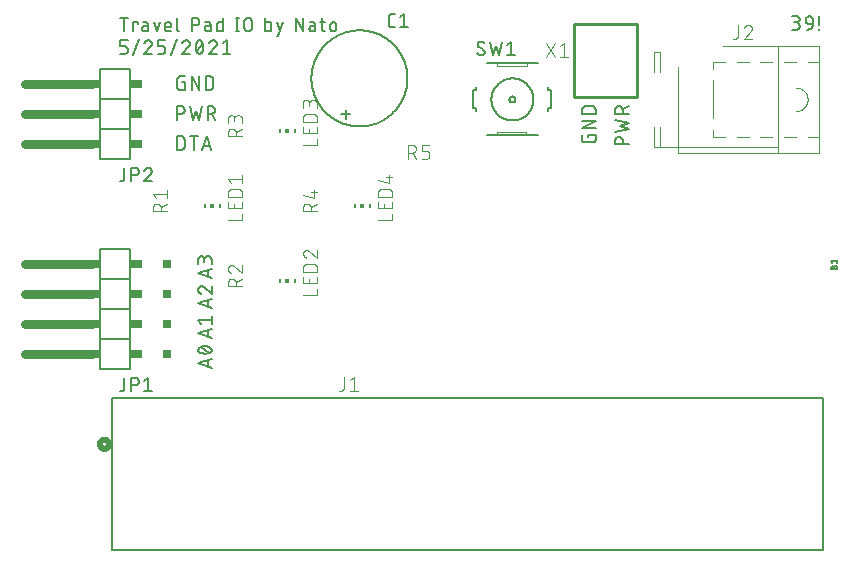
<source format=gbr>
G04 EAGLE Gerber RS-274X export*
G75*
%MOMM*%
%FSLAX34Y34*%
%LPD*%
%INSilkscreen Top*%
%IPPOS*%
%AMOC8*
5,1,8,0,0,1.08239X$1,22.5*%
G01*
%ADD10C,0.127000*%
%ADD11C,0.152400*%
%ADD12C,0.508000*%
%ADD13C,0.076200*%
%ADD14C,0.762000*%
%ADD15R,0.508000X0.762000*%
%ADD16R,1.016000X0.762000*%
%ADD17R,0.762000X0.762000*%
%ADD18C,0.050800*%
%ADD19R,0.150000X0.300000*%
%ADD20R,0.300000X0.300000*%
%ADD21C,0.101600*%
%ADD22C,0.100000*%
%ADD23C,0.254000*%


D10*
X139065Y153670D02*
X127635Y157480D01*
X139065Y161290D01*
X136208Y160338D02*
X136208Y154623D01*
X133350Y165735D02*
X133125Y165738D01*
X132900Y165746D01*
X132676Y165759D01*
X132452Y165778D01*
X132228Y165802D01*
X132005Y165831D01*
X131783Y165866D01*
X131562Y165906D01*
X131342Y165952D01*
X131123Y166002D01*
X130905Y166058D01*
X130688Y166119D01*
X130473Y166185D01*
X130260Y166256D01*
X130049Y166333D01*
X129839Y166414D01*
X129631Y166500D01*
X129426Y166591D01*
X129223Y166687D01*
X129135Y166719D01*
X129048Y166755D01*
X128962Y166794D01*
X128878Y166837D01*
X128796Y166883D01*
X128716Y166932D01*
X128638Y166984D01*
X128562Y167040D01*
X128488Y167098D01*
X128417Y167160D01*
X128348Y167224D01*
X128282Y167291D01*
X128219Y167360D01*
X128158Y167432D01*
X128100Y167506D01*
X128046Y167583D01*
X127994Y167661D01*
X127946Y167742D01*
X127901Y167824D01*
X127859Y167909D01*
X127821Y167995D01*
X127786Y168082D01*
X127754Y168170D01*
X127727Y168260D01*
X127702Y168351D01*
X127682Y168443D01*
X127665Y168535D01*
X127652Y168629D01*
X127643Y168722D01*
X127637Y168816D01*
X127635Y168910D01*
X127637Y169004D01*
X127643Y169098D01*
X127652Y169191D01*
X127665Y169285D01*
X127682Y169377D01*
X127702Y169469D01*
X127727Y169560D01*
X127754Y169650D01*
X127786Y169738D01*
X127821Y169825D01*
X127859Y169911D01*
X127901Y169996D01*
X127946Y170078D01*
X127994Y170159D01*
X128046Y170237D01*
X128100Y170314D01*
X128158Y170388D01*
X128219Y170460D01*
X128282Y170529D01*
X128348Y170596D01*
X128417Y170660D01*
X128488Y170722D01*
X128562Y170780D01*
X128638Y170836D01*
X128716Y170888D01*
X128796Y170937D01*
X128878Y170983D01*
X128962Y171026D01*
X129048Y171065D01*
X129135Y171101D01*
X129223Y171133D01*
X129426Y171229D01*
X129631Y171320D01*
X129839Y171406D01*
X130049Y171487D01*
X130260Y171564D01*
X130473Y171635D01*
X130688Y171701D01*
X130905Y171762D01*
X131123Y171818D01*
X131342Y171868D01*
X131562Y171914D01*
X131783Y171954D01*
X132005Y171989D01*
X132228Y172018D01*
X132452Y172042D01*
X132676Y172061D01*
X132900Y172074D01*
X133125Y172082D01*
X133350Y172085D01*
X133350Y165735D02*
X133575Y165738D01*
X133800Y165746D01*
X134024Y165759D01*
X134248Y165778D01*
X134472Y165802D01*
X134695Y165831D01*
X134917Y165866D01*
X135138Y165906D01*
X135358Y165952D01*
X135577Y166002D01*
X135795Y166058D01*
X136012Y166119D01*
X136227Y166185D01*
X136440Y166256D01*
X136651Y166333D01*
X136861Y166414D01*
X137069Y166500D01*
X137274Y166591D01*
X137477Y166687D01*
X137478Y166687D02*
X137566Y166719D01*
X137653Y166755D01*
X137739Y166794D01*
X137823Y166837D01*
X137905Y166883D01*
X137985Y166932D01*
X138063Y166984D01*
X138139Y167040D01*
X138213Y167098D01*
X138284Y167160D01*
X138353Y167224D01*
X138419Y167291D01*
X138482Y167360D01*
X138543Y167432D01*
X138601Y167506D01*
X138655Y167583D01*
X138707Y167661D01*
X138755Y167742D01*
X138800Y167824D01*
X138842Y167909D01*
X138880Y167995D01*
X138915Y168082D01*
X138947Y168170D01*
X138974Y168260D01*
X138999Y168351D01*
X139019Y168443D01*
X139036Y168535D01*
X139049Y168629D01*
X139058Y168722D01*
X139064Y168816D01*
X139066Y168910D01*
X137477Y171133D02*
X137274Y171229D01*
X137069Y171320D01*
X136861Y171406D01*
X136651Y171487D01*
X136440Y171564D01*
X136227Y171635D01*
X136012Y171701D01*
X135795Y171762D01*
X135577Y171818D01*
X135358Y171868D01*
X135138Y171914D01*
X134917Y171954D01*
X134695Y171989D01*
X134472Y172018D01*
X134248Y172042D01*
X134024Y172061D01*
X133800Y172074D01*
X133575Y172082D01*
X133350Y172085D01*
X137478Y171133D02*
X137566Y171101D01*
X137653Y171065D01*
X137739Y171026D01*
X137823Y170983D01*
X137905Y170937D01*
X137985Y170888D01*
X138063Y170836D01*
X138139Y170780D01*
X138213Y170722D01*
X138284Y170660D01*
X138353Y170596D01*
X138419Y170529D01*
X138482Y170460D01*
X138543Y170388D01*
X138601Y170314D01*
X138655Y170237D01*
X138707Y170159D01*
X138755Y170078D01*
X138800Y169996D01*
X138842Y169911D01*
X138880Y169825D01*
X138915Y169738D01*
X138947Y169650D01*
X138974Y169560D01*
X138999Y169469D01*
X139019Y169377D01*
X139036Y169285D01*
X139049Y169191D01*
X139058Y169098D01*
X139064Y169004D01*
X139066Y168910D01*
X136525Y166370D02*
X130175Y171450D01*
X139065Y179070D02*
X127635Y182880D01*
X139065Y186690D01*
X136208Y185738D02*
X136208Y180023D01*
X130175Y191135D02*
X127635Y194310D01*
X139065Y194310D01*
X139065Y191135D02*
X139065Y197485D01*
X139065Y204470D02*
X127635Y208280D01*
X139065Y212090D01*
X136208Y211138D02*
X136208Y205423D01*
X127635Y220028D02*
X127637Y220132D01*
X127643Y220237D01*
X127652Y220341D01*
X127665Y220444D01*
X127683Y220547D01*
X127703Y220649D01*
X127728Y220751D01*
X127756Y220851D01*
X127788Y220951D01*
X127824Y221049D01*
X127863Y221146D01*
X127905Y221241D01*
X127951Y221335D01*
X128001Y221427D01*
X128053Y221517D01*
X128109Y221605D01*
X128169Y221691D01*
X128231Y221775D01*
X128296Y221856D01*
X128364Y221935D01*
X128436Y222012D01*
X128509Y222085D01*
X128586Y222157D01*
X128665Y222225D01*
X128746Y222290D01*
X128830Y222352D01*
X128916Y222412D01*
X129004Y222468D01*
X129094Y222520D01*
X129186Y222570D01*
X129280Y222616D01*
X129375Y222658D01*
X129472Y222697D01*
X129570Y222733D01*
X129670Y222765D01*
X129770Y222793D01*
X129872Y222818D01*
X129974Y222838D01*
X130077Y222856D01*
X130180Y222869D01*
X130284Y222878D01*
X130389Y222884D01*
X130493Y222886D01*
X127635Y220028D02*
X127637Y219910D01*
X127643Y219791D01*
X127652Y219673D01*
X127665Y219556D01*
X127683Y219439D01*
X127703Y219322D01*
X127728Y219206D01*
X127756Y219091D01*
X127789Y218978D01*
X127824Y218865D01*
X127864Y218753D01*
X127906Y218643D01*
X127953Y218534D01*
X128003Y218426D01*
X128056Y218321D01*
X128113Y218217D01*
X128173Y218115D01*
X128236Y218015D01*
X128303Y217917D01*
X128372Y217821D01*
X128445Y217728D01*
X128521Y217637D01*
X128599Y217548D01*
X128681Y217462D01*
X128765Y217379D01*
X128851Y217298D01*
X128941Y217221D01*
X129032Y217146D01*
X129126Y217074D01*
X129223Y217005D01*
X129321Y216940D01*
X129422Y216877D01*
X129525Y216818D01*
X129629Y216762D01*
X129735Y216710D01*
X129843Y216661D01*
X129952Y216616D01*
X130063Y216574D01*
X130175Y216536D01*
X132715Y221933D02*
X132640Y222009D01*
X132561Y222084D01*
X132480Y222155D01*
X132396Y222224D01*
X132310Y222289D01*
X132222Y222351D01*
X132132Y222411D01*
X132040Y222467D01*
X131945Y222520D01*
X131849Y222569D01*
X131751Y222615D01*
X131652Y222658D01*
X131551Y222697D01*
X131449Y222732D01*
X131346Y222764D01*
X131242Y222792D01*
X131137Y222817D01*
X131030Y222838D01*
X130924Y222855D01*
X130817Y222868D01*
X130709Y222877D01*
X130601Y222883D01*
X130493Y222885D01*
X132715Y221933D02*
X139065Y216535D01*
X139065Y222885D01*
X139065Y229870D02*
X127635Y233680D01*
X139065Y237490D01*
X136208Y236538D02*
X136208Y230823D01*
X139065Y241935D02*
X139065Y245110D01*
X139063Y245221D01*
X139057Y245331D01*
X139048Y245442D01*
X139034Y245552D01*
X139017Y245661D01*
X138996Y245770D01*
X138971Y245878D01*
X138942Y245985D01*
X138910Y246091D01*
X138874Y246196D01*
X138834Y246299D01*
X138791Y246401D01*
X138744Y246502D01*
X138693Y246601D01*
X138640Y246698D01*
X138583Y246792D01*
X138522Y246885D01*
X138459Y246976D01*
X138392Y247065D01*
X138322Y247151D01*
X138249Y247234D01*
X138174Y247316D01*
X138096Y247394D01*
X138014Y247469D01*
X137931Y247542D01*
X137845Y247612D01*
X137756Y247679D01*
X137665Y247742D01*
X137572Y247803D01*
X137478Y247860D01*
X137381Y247913D01*
X137282Y247964D01*
X137181Y248011D01*
X137079Y248054D01*
X136976Y248094D01*
X136871Y248130D01*
X136765Y248162D01*
X136658Y248191D01*
X136550Y248216D01*
X136441Y248237D01*
X136332Y248254D01*
X136222Y248268D01*
X136111Y248277D01*
X136001Y248283D01*
X135890Y248285D01*
X135779Y248283D01*
X135669Y248277D01*
X135558Y248268D01*
X135448Y248254D01*
X135339Y248237D01*
X135230Y248216D01*
X135122Y248191D01*
X135015Y248162D01*
X134909Y248130D01*
X134804Y248094D01*
X134701Y248054D01*
X134599Y248011D01*
X134498Y247964D01*
X134399Y247913D01*
X134303Y247860D01*
X134208Y247803D01*
X134115Y247742D01*
X134024Y247679D01*
X133935Y247612D01*
X133849Y247542D01*
X133766Y247469D01*
X133684Y247394D01*
X133606Y247316D01*
X133531Y247234D01*
X133458Y247151D01*
X133388Y247065D01*
X133321Y246976D01*
X133258Y246885D01*
X133197Y246792D01*
X133140Y246698D01*
X133087Y246601D01*
X133036Y246502D01*
X132989Y246401D01*
X132946Y246299D01*
X132906Y246196D01*
X132870Y246091D01*
X132838Y245985D01*
X132809Y245878D01*
X132784Y245770D01*
X132763Y245661D01*
X132746Y245552D01*
X132732Y245442D01*
X132723Y245331D01*
X132717Y245221D01*
X132715Y245110D01*
X127635Y245745D02*
X127635Y241935D01*
X127635Y245745D02*
X127637Y245845D01*
X127643Y245944D01*
X127653Y246044D01*
X127666Y246142D01*
X127684Y246241D01*
X127705Y246338D01*
X127730Y246434D01*
X127759Y246530D01*
X127792Y246624D01*
X127828Y246717D01*
X127868Y246808D01*
X127912Y246898D01*
X127959Y246986D01*
X128009Y247072D01*
X128063Y247156D01*
X128120Y247238D01*
X128180Y247317D01*
X128244Y247395D01*
X128310Y247469D01*
X128379Y247541D01*
X128451Y247610D01*
X128525Y247676D01*
X128603Y247740D01*
X128682Y247800D01*
X128764Y247857D01*
X128848Y247911D01*
X128934Y247961D01*
X129022Y248008D01*
X129112Y248052D01*
X129203Y248092D01*
X129296Y248128D01*
X129390Y248161D01*
X129486Y248190D01*
X129582Y248215D01*
X129679Y248236D01*
X129778Y248254D01*
X129876Y248267D01*
X129976Y248277D01*
X130075Y248283D01*
X130175Y248285D01*
X130275Y248283D01*
X130374Y248277D01*
X130474Y248267D01*
X130572Y248254D01*
X130671Y248236D01*
X130768Y248215D01*
X130864Y248190D01*
X130960Y248161D01*
X131054Y248128D01*
X131147Y248092D01*
X131238Y248052D01*
X131328Y248008D01*
X131416Y247961D01*
X131502Y247911D01*
X131586Y247857D01*
X131668Y247800D01*
X131747Y247740D01*
X131825Y247676D01*
X131899Y247610D01*
X131971Y247541D01*
X132040Y247469D01*
X132106Y247395D01*
X132170Y247317D01*
X132230Y247238D01*
X132287Y247156D01*
X132341Y247072D01*
X132391Y246986D01*
X132438Y246898D01*
X132482Y246808D01*
X132522Y246717D01*
X132558Y246624D01*
X132591Y246530D01*
X132620Y246434D01*
X132645Y246338D01*
X132666Y246241D01*
X132684Y246142D01*
X132697Y246044D01*
X132707Y245944D01*
X132713Y245845D01*
X132715Y245745D01*
X132715Y243205D01*
X116205Y395605D02*
X114300Y395605D01*
X116205Y395605D02*
X116205Y389255D01*
X112395Y389255D01*
X112295Y389257D01*
X112196Y389263D01*
X112096Y389273D01*
X111998Y389286D01*
X111899Y389304D01*
X111802Y389325D01*
X111706Y389350D01*
X111610Y389379D01*
X111516Y389412D01*
X111423Y389448D01*
X111332Y389488D01*
X111242Y389532D01*
X111154Y389579D01*
X111068Y389629D01*
X110984Y389683D01*
X110902Y389740D01*
X110823Y389800D01*
X110745Y389864D01*
X110671Y389930D01*
X110599Y389999D01*
X110530Y390071D01*
X110464Y390145D01*
X110400Y390223D01*
X110340Y390302D01*
X110283Y390384D01*
X110229Y390468D01*
X110179Y390554D01*
X110132Y390642D01*
X110088Y390732D01*
X110048Y390823D01*
X110012Y390916D01*
X109979Y391010D01*
X109950Y391106D01*
X109925Y391202D01*
X109904Y391299D01*
X109886Y391398D01*
X109873Y391496D01*
X109863Y391596D01*
X109857Y391695D01*
X109855Y391795D01*
X109855Y398145D01*
X109857Y398245D01*
X109863Y398344D01*
X109873Y398444D01*
X109886Y398542D01*
X109904Y398641D01*
X109925Y398738D01*
X109950Y398834D01*
X109979Y398930D01*
X110012Y399024D01*
X110048Y399117D01*
X110088Y399208D01*
X110132Y399298D01*
X110179Y399386D01*
X110229Y399472D01*
X110283Y399556D01*
X110340Y399638D01*
X110400Y399717D01*
X110464Y399795D01*
X110530Y399869D01*
X110599Y399941D01*
X110671Y400010D01*
X110745Y400076D01*
X110823Y400140D01*
X110902Y400200D01*
X110984Y400257D01*
X111068Y400311D01*
X111154Y400361D01*
X111242Y400408D01*
X111332Y400452D01*
X111423Y400492D01*
X111516Y400528D01*
X111610Y400561D01*
X111706Y400590D01*
X111802Y400615D01*
X111899Y400636D01*
X111998Y400654D01*
X112096Y400667D01*
X112196Y400677D01*
X112295Y400683D01*
X112395Y400685D01*
X116205Y400685D01*
X122047Y400685D02*
X122047Y389255D01*
X128397Y389255D02*
X122047Y400685D01*
X128397Y400685D02*
X128397Y389255D01*
X134239Y389255D02*
X134239Y400685D01*
X137414Y400685D01*
X137525Y400683D01*
X137635Y400677D01*
X137746Y400668D01*
X137856Y400654D01*
X137965Y400637D01*
X138074Y400616D01*
X138182Y400591D01*
X138289Y400562D01*
X138395Y400530D01*
X138500Y400494D01*
X138603Y400454D01*
X138705Y400411D01*
X138806Y400364D01*
X138905Y400313D01*
X139002Y400260D01*
X139096Y400203D01*
X139189Y400142D01*
X139280Y400079D01*
X139369Y400012D01*
X139455Y399942D01*
X139538Y399869D01*
X139620Y399794D01*
X139698Y399716D01*
X139773Y399634D01*
X139846Y399551D01*
X139916Y399465D01*
X139983Y399376D01*
X140046Y399285D01*
X140107Y399192D01*
X140164Y399098D01*
X140217Y399001D01*
X140268Y398902D01*
X140315Y398801D01*
X140358Y398699D01*
X140398Y398596D01*
X140434Y398491D01*
X140466Y398385D01*
X140495Y398278D01*
X140520Y398170D01*
X140541Y398061D01*
X140558Y397952D01*
X140572Y397842D01*
X140581Y397731D01*
X140587Y397621D01*
X140589Y397510D01*
X140589Y392430D01*
X140587Y392319D01*
X140581Y392209D01*
X140572Y392098D01*
X140558Y391988D01*
X140541Y391879D01*
X140520Y391770D01*
X140495Y391662D01*
X140466Y391555D01*
X140434Y391449D01*
X140398Y391344D01*
X140358Y391241D01*
X140315Y391139D01*
X140268Y391038D01*
X140217Y390939D01*
X140164Y390842D01*
X140107Y390748D01*
X140046Y390655D01*
X139983Y390564D01*
X139916Y390475D01*
X139846Y390389D01*
X139773Y390306D01*
X139698Y390224D01*
X139620Y390146D01*
X139538Y390071D01*
X139455Y389998D01*
X139369Y389928D01*
X139280Y389861D01*
X139189Y389798D01*
X139096Y389737D01*
X139001Y389680D01*
X138905Y389627D01*
X138806Y389576D01*
X138705Y389529D01*
X138603Y389486D01*
X138500Y389446D01*
X138395Y389410D01*
X138289Y389378D01*
X138182Y389349D01*
X138074Y389324D01*
X137965Y389303D01*
X137856Y389286D01*
X137746Y389272D01*
X137635Y389263D01*
X137525Y389257D01*
X137414Y389255D01*
X134239Y389255D01*
X109855Y375285D02*
X109855Y363855D01*
X109855Y375285D02*
X113030Y375285D01*
X113141Y375283D01*
X113251Y375277D01*
X113362Y375268D01*
X113472Y375254D01*
X113581Y375237D01*
X113690Y375216D01*
X113798Y375191D01*
X113905Y375162D01*
X114011Y375130D01*
X114116Y375094D01*
X114219Y375054D01*
X114321Y375011D01*
X114422Y374964D01*
X114521Y374913D01*
X114618Y374860D01*
X114712Y374803D01*
X114805Y374742D01*
X114896Y374679D01*
X114985Y374612D01*
X115071Y374542D01*
X115154Y374469D01*
X115236Y374394D01*
X115314Y374316D01*
X115389Y374234D01*
X115462Y374151D01*
X115532Y374065D01*
X115599Y373976D01*
X115662Y373885D01*
X115723Y373792D01*
X115780Y373697D01*
X115833Y373601D01*
X115884Y373502D01*
X115931Y373401D01*
X115974Y373299D01*
X116014Y373196D01*
X116050Y373091D01*
X116082Y372985D01*
X116111Y372878D01*
X116136Y372770D01*
X116157Y372661D01*
X116174Y372552D01*
X116188Y372442D01*
X116197Y372331D01*
X116203Y372221D01*
X116205Y372110D01*
X116203Y371999D01*
X116197Y371889D01*
X116188Y371778D01*
X116174Y371668D01*
X116157Y371559D01*
X116136Y371450D01*
X116111Y371342D01*
X116082Y371235D01*
X116050Y371129D01*
X116014Y371024D01*
X115974Y370921D01*
X115931Y370819D01*
X115884Y370718D01*
X115833Y370619D01*
X115780Y370522D01*
X115723Y370428D01*
X115662Y370335D01*
X115599Y370244D01*
X115532Y370155D01*
X115462Y370069D01*
X115389Y369986D01*
X115314Y369904D01*
X115236Y369826D01*
X115154Y369751D01*
X115071Y369678D01*
X114985Y369608D01*
X114896Y369541D01*
X114805Y369478D01*
X114712Y369417D01*
X114617Y369360D01*
X114521Y369307D01*
X114422Y369256D01*
X114321Y369209D01*
X114219Y369166D01*
X114116Y369126D01*
X114011Y369090D01*
X113905Y369058D01*
X113798Y369029D01*
X113690Y369004D01*
X113581Y368983D01*
X113472Y368966D01*
X113362Y368952D01*
X113251Y368943D01*
X113141Y368937D01*
X113030Y368935D01*
X109855Y368935D01*
X120333Y375285D02*
X122873Y363855D01*
X125413Y371475D01*
X127953Y363855D01*
X130493Y375285D01*
X135655Y375285D02*
X135655Y363855D01*
X135655Y375285D02*
X138830Y375285D01*
X138941Y375283D01*
X139051Y375277D01*
X139162Y375268D01*
X139272Y375254D01*
X139381Y375237D01*
X139490Y375216D01*
X139598Y375191D01*
X139705Y375162D01*
X139811Y375130D01*
X139916Y375094D01*
X140019Y375054D01*
X140121Y375011D01*
X140222Y374964D01*
X140321Y374913D01*
X140418Y374860D01*
X140512Y374803D01*
X140605Y374742D01*
X140696Y374679D01*
X140785Y374612D01*
X140871Y374542D01*
X140954Y374469D01*
X141036Y374394D01*
X141114Y374316D01*
X141189Y374234D01*
X141262Y374151D01*
X141332Y374065D01*
X141399Y373976D01*
X141462Y373885D01*
X141523Y373792D01*
X141580Y373697D01*
X141633Y373601D01*
X141684Y373502D01*
X141731Y373401D01*
X141774Y373299D01*
X141814Y373196D01*
X141850Y373091D01*
X141882Y372985D01*
X141911Y372878D01*
X141936Y372770D01*
X141957Y372661D01*
X141974Y372552D01*
X141988Y372442D01*
X141997Y372331D01*
X142003Y372221D01*
X142005Y372110D01*
X142003Y371999D01*
X141997Y371889D01*
X141988Y371778D01*
X141974Y371668D01*
X141957Y371559D01*
X141936Y371450D01*
X141911Y371342D01*
X141882Y371235D01*
X141850Y371129D01*
X141814Y371024D01*
X141774Y370921D01*
X141731Y370819D01*
X141684Y370718D01*
X141633Y370619D01*
X141580Y370522D01*
X141523Y370428D01*
X141462Y370335D01*
X141399Y370244D01*
X141332Y370155D01*
X141262Y370069D01*
X141189Y369986D01*
X141114Y369904D01*
X141036Y369826D01*
X140954Y369751D01*
X140871Y369678D01*
X140785Y369608D01*
X140696Y369541D01*
X140605Y369478D01*
X140512Y369417D01*
X140417Y369360D01*
X140321Y369307D01*
X140222Y369256D01*
X140121Y369209D01*
X140019Y369166D01*
X139916Y369126D01*
X139811Y369090D01*
X139705Y369058D01*
X139598Y369029D01*
X139490Y369004D01*
X139381Y368983D01*
X139272Y368966D01*
X139162Y368952D01*
X139051Y368943D01*
X138941Y368937D01*
X138830Y368935D01*
X135655Y368935D01*
X139465Y368935D02*
X142005Y363855D01*
X109855Y349885D02*
X109855Y338455D01*
X109855Y349885D02*
X113030Y349885D01*
X113141Y349883D01*
X113251Y349877D01*
X113362Y349868D01*
X113472Y349854D01*
X113581Y349837D01*
X113690Y349816D01*
X113798Y349791D01*
X113905Y349762D01*
X114011Y349730D01*
X114116Y349694D01*
X114219Y349654D01*
X114321Y349611D01*
X114422Y349564D01*
X114521Y349513D01*
X114618Y349460D01*
X114712Y349403D01*
X114805Y349342D01*
X114896Y349279D01*
X114985Y349212D01*
X115071Y349142D01*
X115154Y349069D01*
X115236Y348994D01*
X115314Y348916D01*
X115389Y348834D01*
X115462Y348751D01*
X115532Y348665D01*
X115599Y348576D01*
X115662Y348485D01*
X115723Y348392D01*
X115780Y348298D01*
X115833Y348201D01*
X115884Y348102D01*
X115931Y348001D01*
X115974Y347899D01*
X116014Y347796D01*
X116050Y347691D01*
X116082Y347585D01*
X116111Y347478D01*
X116136Y347370D01*
X116157Y347261D01*
X116174Y347152D01*
X116188Y347042D01*
X116197Y346931D01*
X116203Y346821D01*
X116205Y346710D01*
X116205Y341630D01*
X116203Y341519D01*
X116197Y341409D01*
X116188Y341298D01*
X116174Y341188D01*
X116157Y341079D01*
X116136Y340970D01*
X116111Y340862D01*
X116082Y340755D01*
X116050Y340649D01*
X116014Y340544D01*
X115974Y340441D01*
X115931Y340339D01*
X115884Y340238D01*
X115833Y340139D01*
X115780Y340042D01*
X115723Y339948D01*
X115662Y339855D01*
X115599Y339764D01*
X115532Y339675D01*
X115462Y339589D01*
X115389Y339506D01*
X115314Y339424D01*
X115236Y339346D01*
X115154Y339271D01*
X115071Y339198D01*
X114985Y339128D01*
X114896Y339061D01*
X114805Y338998D01*
X114712Y338937D01*
X114617Y338880D01*
X114521Y338827D01*
X114422Y338776D01*
X114321Y338729D01*
X114219Y338686D01*
X114116Y338646D01*
X114011Y338610D01*
X113905Y338578D01*
X113798Y338549D01*
X113690Y338524D01*
X113581Y338503D01*
X113472Y338486D01*
X113362Y338472D01*
X113251Y338463D01*
X113141Y338457D01*
X113030Y338455D01*
X109855Y338455D01*
X124079Y338455D02*
X124079Y349885D01*
X120904Y349885D02*
X127254Y349885D01*
X134747Y349885D02*
X130937Y338455D01*
X138557Y338455D02*
X134747Y349885D01*
X137605Y341313D02*
X131890Y341313D01*
X64770Y438785D02*
X64770Y450215D01*
X61595Y450215D02*
X67945Y450215D01*
X72592Y446405D02*
X72592Y438785D01*
X72592Y446405D02*
X76402Y446405D01*
X76402Y445135D01*
X82293Y443230D02*
X85151Y443230D01*
X82293Y443231D02*
X82200Y443229D01*
X82107Y443223D01*
X82014Y443213D01*
X81922Y443200D01*
X81831Y443182D01*
X81740Y443161D01*
X81650Y443136D01*
X81562Y443107D01*
X81475Y443075D01*
X81389Y443039D01*
X81305Y442999D01*
X81222Y442956D01*
X81141Y442909D01*
X81063Y442860D01*
X80986Y442806D01*
X80912Y442750D01*
X80840Y442691D01*
X80771Y442628D01*
X80705Y442563D01*
X80641Y442495D01*
X80580Y442425D01*
X80522Y442352D01*
X80468Y442277D01*
X80416Y442199D01*
X80368Y442120D01*
X80323Y442038D01*
X80282Y441955D01*
X80244Y441869D01*
X80209Y441783D01*
X80179Y441695D01*
X80152Y441606D01*
X80129Y441516D01*
X80109Y441425D01*
X80094Y441333D01*
X80082Y441240D01*
X80074Y441148D01*
X80070Y441055D01*
X80070Y440961D01*
X80074Y440868D01*
X80082Y440776D01*
X80094Y440683D01*
X80109Y440591D01*
X80129Y440500D01*
X80152Y440410D01*
X80179Y440321D01*
X80209Y440233D01*
X80244Y440147D01*
X80282Y440061D01*
X80323Y439978D01*
X80368Y439897D01*
X80416Y439817D01*
X80468Y439739D01*
X80522Y439664D01*
X80580Y439591D01*
X80641Y439521D01*
X80705Y439453D01*
X80771Y439388D01*
X80840Y439325D01*
X80912Y439266D01*
X80986Y439210D01*
X81063Y439156D01*
X81141Y439107D01*
X81222Y439060D01*
X81305Y439017D01*
X81389Y438977D01*
X81475Y438941D01*
X81562Y438909D01*
X81650Y438880D01*
X81740Y438855D01*
X81831Y438834D01*
X81922Y438816D01*
X82014Y438803D01*
X82107Y438793D01*
X82200Y438787D01*
X82293Y438785D01*
X85151Y438785D01*
X85151Y444500D01*
X85149Y444585D01*
X85143Y444671D01*
X85134Y444756D01*
X85120Y444840D01*
X85103Y444924D01*
X85082Y445007D01*
X85058Y445089D01*
X85030Y445169D01*
X84998Y445249D01*
X84962Y445327D01*
X84924Y445403D01*
X84881Y445477D01*
X84836Y445549D01*
X84787Y445620D01*
X84735Y445688D01*
X84681Y445753D01*
X84623Y445816D01*
X84562Y445877D01*
X84499Y445935D01*
X84434Y445989D01*
X84366Y446041D01*
X84295Y446090D01*
X84223Y446135D01*
X84149Y446178D01*
X84073Y446216D01*
X83995Y446252D01*
X83915Y446284D01*
X83835Y446312D01*
X83753Y446336D01*
X83670Y446357D01*
X83586Y446374D01*
X83502Y446388D01*
X83417Y446397D01*
X83331Y446403D01*
X83246Y446405D01*
X80706Y446405D01*
X90043Y446405D02*
X92583Y438785D01*
X95123Y446405D01*
X101473Y438785D02*
X104648Y438785D01*
X101473Y438785D02*
X101388Y438787D01*
X101302Y438793D01*
X101217Y438802D01*
X101133Y438816D01*
X101049Y438833D01*
X100966Y438854D01*
X100884Y438878D01*
X100804Y438906D01*
X100724Y438938D01*
X100646Y438974D01*
X100570Y439012D01*
X100496Y439055D01*
X100424Y439100D01*
X100353Y439149D01*
X100285Y439201D01*
X100220Y439255D01*
X100157Y439313D01*
X100096Y439374D01*
X100038Y439437D01*
X99984Y439502D01*
X99932Y439570D01*
X99883Y439641D01*
X99838Y439713D01*
X99795Y439787D01*
X99757Y439863D01*
X99721Y439941D01*
X99689Y440021D01*
X99661Y440101D01*
X99637Y440183D01*
X99616Y440266D01*
X99599Y440350D01*
X99585Y440434D01*
X99576Y440519D01*
X99570Y440605D01*
X99568Y440690D01*
X99568Y443865D01*
X99570Y443965D01*
X99576Y444064D01*
X99586Y444164D01*
X99599Y444262D01*
X99617Y444361D01*
X99638Y444458D01*
X99663Y444554D01*
X99692Y444650D01*
X99725Y444744D01*
X99761Y444837D01*
X99801Y444928D01*
X99845Y445018D01*
X99892Y445106D01*
X99942Y445192D01*
X99996Y445276D01*
X100053Y445358D01*
X100113Y445437D01*
X100177Y445515D01*
X100243Y445589D01*
X100312Y445661D01*
X100384Y445730D01*
X100458Y445796D01*
X100536Y445860D01*
X100615Y445920D01*
X100697Y445977D01*
X100781Y446031D01*
X100867Y446081D01*
X100955Y446128D01*
X101045Y446172D01*
X101136Y446212D01*
X101229Y446248D01*
X101323Y446281D01*
X101419Y446310D01*
X101515Y446335D01*
X101612Y446356D01*
X101711Y446374D01*
X101809Y446387D01*
X101909Y446397D01*
X102008Y446403D01*
X102108Y446405D01*
X102208Y446403D01*
X102307Y446397D01*
X102407Y446387D01*
X102505Y446374D01*
X102604Y446356D01*
X102701Y446335D01*
X102797Y446310D01*
X102893Y446281D01*
X102987Y446248D01*
X103080Y446212D01*
X103171Y446172D01*
X103261Y446128D01*
X103349Y446081D01*
X103435Y446031D01*
X103519Y445977D01*
X103601Y445920D01*
X103680Y445860D01*
X103758Y445796D01*
X103832Y445730D01*
X103904Y445661D01*
X103973Y445589D01*
X104039Y445515D01*
X104103Y445437D01*
X104163Y445358D01*
X104220Y445276D01*
X104274Y445192D01*
X104324Y445106D01*
X104371Y445018D01*
X104415Y444928D01*
X104455Y444837D01*
X104491Y444744D01*
X104524Y444650D01*
X104553Y444554D01*
X104578Y444458D01*
X104599Y444361D01*
X104617Y444262D01*
X104630Y444164D01*
X104640Y444064D01*
X104646Y443965D01*
X104648Y443865D01*
X104648Y442595D01*
X99568Y442595D01*
X109595Y440690D02*
X109595Y450215D01*
X109595Y440690D02*
X109597Y440605D01*
X109603Y440519D01*
X109612Y440434D01*
X109626Y440350D01*
X109643Y440266D01*
X109664Y440183D01*
X109688Y440101D01*
X109716Y440021D01*
X109748Y439941D01*
X109784Y439863D01*
X109822Y439787D01*
X109865Y439713D01*
X109910Y439641D01*
X109959Y439570D01*
X110011Y439502D01*
X110065Y439437D01*
X110123Y439374D01*
X110184Y439313D01*
X110247Y439255D01*
X110312Y439201D01*
X110380Y439149D01*
X110451Y439100D01*
X110523Y439055D01*
X110597Y439012D01*
X110673Y438974D01*
X110751Y438938D01*
X110831Y438906D01*
X110911Y438878D01*
X110993Y438854D01*
X111076Y438833D01*
X111160Y438816D01*
X111244Y438802D01*
X111329Y438793D01*
X111415Y438787D01*
X111500Y438785D01*
X122364Y438785D02*
X122364Y450215D01*
X125539Y450215D01*
X125650Y450213D01*
X125760Y450207D01*
X125871Y450198D01*
X125981Y450184D01*
X126090Y450167D01*
X126199Y450146D01*
X126307Y450121D01*
X126414Y450092D01*
X126520Y450060D01*
X126625Y450024D01*
X126728Y449984D01*
X126830Y449941D01*
X126931Y449894D01*
X127030Y449843D01*
X127127Y449790D01*
X127221Y449733D01*
X127314Y449672D01*
X127405Y449609D01*
X127494Y449542D01*
X127580Y449472D01*
X127663Y449399D01*
X127745Y449324D01*
X127823Y449246D01*
X127898Y449164D01*
X127971Y449081D01*
X128041Y448995D01*
X128108Y448906D01*
X128171Y448815D01*
X128232Y448722D01*
X128289Y448627D01*
X128342Y448531D01*
X128393Y448432D01*
X128440Y448331D01*
X128483Y448229D01*
X128523Y448126D01*
X128559Y448021D01*
X128591Y447915D01*
X128620Y447808D01*
X128645Y447700D01*
X128666Y447591D01*
X128683Y447482D01*
X128697Y447372D01*
X128706Y447261D01*
X128712Y447151D01*
X128714Y447040D01*
X128712Y446929D01*
X128706Y446819D01*
X128697Y446708D01*
X128683Y446598D01*
X128666Y446489D01*
X128645Y446380D01*
X128620Y446272D01*
X128591Y446165D01*
X128559Y446059D01*
X128523Y445954D01*
X128483Y445851D01*
X128440Y445749D01*
X128393Y445648D01*
X128342Y445549D01*
X128289Y445452D01*
X128232Y445358D01*
X128171Y445265D01*
X128108Y445174D01*
X128041Y445085D01*
X127971Y444999D01*
X127898Y444916D01*
X127823Y444834D01*
X127745Y444756D01*
X127663Y444681D01*
X127580Y444608D01*
X127494Y444538D01*
X127405Y444471D01*
X127314Y444408D01*
X127221Y444347D01*
X127126Y444290D01*
X127030Y444237D01*
X126931Y444186D01*
X126830Y444139D01*
X126728Y444096D01*
X126625Y444056D01*
X126520Y444020D01*
X126414Y443988D01*
X126307Y443959D01*
X126199Y443934D01*
X126090Y443913D01*
X125981Y443896D01*
X125871Y443882D01*
X125760Y443873D01*
X125650Y443867D01*
X125539Y443865D01*
X122364Y443865D01*
X135252Y443230D02*
X138110Y443230D01*
X135252Y443231D02*
X135159Y443229D01*
X135066Y443223D01*
X134973Y443213D01*
X134881Y443200D01*
X134790Y443182D01*
X134699Y443161D01*
X134609Y443136D01*
X134521Y443107D01*
X134434Y443075D01*
X134348Y443039D01*
X134264Y442999D01*
X134181Y442956D01*
X134100Y442909D01*
X134022Y442860D01*
X133945Y442806D01*
X133871Y442750D01*
X133799Y442691D01*
X133730Y442628D01*
X133664Y442563D01*
X133600Y442495D01*
X133539Y442425D01*
X133481Y442352D01*
X133427Y442277D01*
X133375Y442199D01*
X133327Y442120D01*
X133282Y442038D01*
X133241Y441955D01*
X133203Y441869D01*
X133168Y441783D01*
X133138Y441695D01*
X133111Y441606D01*
X133088Y441516D01*
X133068Y441425D01*
X133053Y441333D01*
X133041Y441240D01*
X133033Y441148D01*
X133029Y441055D01*
X133029Y440961D01*
X133033Y440868D01*
X133041Y440776D01*
X133053Y440683D01*
X133068Y440591D01*
X133088Y440500D01*
X133111Y440410D01*
X133138Y440321D01*
X133168Y440233D01*
X133203Y440147D01*
X133241Y440061D01*
X133282Y439978D01*
X133327Y439897D01*
X133375Y439817D01*
X133427Y439739D01*
X133481Y439664D01*
X133539Y439591D01*
X133600Y439521D01*
X133664Y439453D01*
X133730Y439388D01*
X133799Y439325D01*
X133871Y439266D01*
X133945Y439210D01*
X134022Y439156D01*
X134100Y439107D01*
X134181Y439060D01*
X134264Y439017D01*
X134348Y438977D01*
X134434Y438941D01*
X134521Y438909D01*
X134609Y438880D01*
X134699Y438855D01*
X134790Y438834D01*
X134881Y438816D01*
X134973Y438803D01*
X135066Y438793D01*
X135159Y438787D01*
X135252Y438785D01*
X138110Y438785D01*
X138110Y444500D01*
X138108Y444585D01*
X138102Y444671D01*
X138093Y444756D01*
X138079Y444840D01*
X138062Y444924D01*
X138041Y445007D01*
X138017Y445089D01*
X137989Y445169D01*
X137957Y445249D01*
X137921Y445327D01*
X137883Y445403D01*
X137840Y445477D01*
X137795Y445549D01*
X137746Y445620D01*
X137694Y445688D01*
X137640Y445753D01*
X137582Y445816D01*
X137521Y445877D01*
X137458Y445935D01*
X137393Y445989D01*
X137325Y446041D01*
X137254Y446090D01*
X137182Y446135D01*
X137108Y446178D01*
X137032Y446216D01*
X136954Y446252D01*
X136874Y446284D01*
X136794Y446312D01*
X136712Y446336D01*
X136629Y446357D01*
X136545Y446374D01*
X136461Y446388D01*
X136376Y446397D01*
X136290Y446403D01*
X136205Y446405D01*
X133665Y446405D01*
X148397Y450215D02*
X148397Y438785D01*
X145222Y438785D01*
X145137Y438787D01*
X145051Y438793D01*
X144966Y438802D01*
X144882Y438816D01*
X144798Y438833D01*
X144715Y438854D01*
X144633Y438878D01*
X144553Y438906D01*
X144473Y438938D01*
X144395Y438974D01*
X144319Y439012D01*
X144245Y439055D01*
X144173Y439100D01*
X144102Y439149D01*
X144034Y439201D01*
X143969Y439255D01*
X143906Y439313D01*
X143845Y439374D01*
X143787Y439437D01*
X143733Y439502D01*
X143681Y439570D01*
X143632Y439641D01*
X143587Y439713D01*
X143544Y439787D01*
X143506Y439863D01*
X143470Y439941D01*
X143438Y440021D01*
X143410Y440101D01*
X143386Y440183D01*
X143365Y440266D01*
X143348Y440350D01*
X143334Y440434D01*
X143325Y440519D01*
X143319Y440605D01*
X143317Y440690D01*
X143317Y444500D01*
X143319Y444585D01*
X143325Y444671D01*
X143334Y444756D01*
X143348Y444840D01*
X143365Y444924D01*
X143386Y445007D01*
X143410Y445089D01*
X143438Y445169D01*
X143470Y445249D01*
X143506Y445327D01*
X143544Y445403D01*
X143587Y445477D01*
X143632Y445549D01*
X143681Y445620D01*
X143733Y445688D01*
X143787Y445753D01*
X143845Y445816D01*
X143906Y445877D01*
X143969Y445935D01*
X144034Y445989D01*
X144102Y446041D01*
X144173Y446090D01*
X144245Y446135D01*
X144319Y446178D01*
X144395Y446216D01*
X144473Y446252D01*
X144553Y446284D01*
X144633Y446312D01*
X144715Y446336D01*
X144798Y446357D01*
X144882Y446374D01*
X144966Y446388D01*
X145051Y446397D01*
X145137Y446403D01*
X145222Y446405D01*
X148397Y446405D01*
X160782Y450215D02*
X160782Y438785D01*
X159512Y438785D02*
X162052Y438785D01*
X162052Y450215D02*
X159512Y450215D01*
X166751Y447040D02*
X166751Y441960D01*
X166751Y447040D02*
X166753Y447151D01*
X166759Y447261D01*
X166768Y447372D01*
X166782Y447482D01*
X166799Y447591D01*
X166820Y447700D01*
X166845Y447808D01*
X166874Y447915D01*
X166906Y448021D01*
X166942Y448126D01*
X166982Y448229D01*
X167025Y448331D01*
X167072Y448432D01*
X167123Y448531D01*
X167176Y448628D01*
X167233Y448722D01*
X167294Y448815D01*
X167357Y448906D01*
X167424Y448995D01*
X167494Y449081D01*
X167567Y449164D01*
X167642Y449246D01*
X167720Y449324D01*
X167802Y449399D01*
X167885Y449472D01*
X167971Y449542D01*
X168060Y449609D01*
X168151Y449672D01*
X168244Y449733D01*
X168339Y449790D01*
X168435Y449843D01*
X168534Y449894D01*
X168635Y449941D01*
X168737Y449984D01*
X168840Y450024D01*
X168945Y450060D01*
X169051Y450092D01*
X169158Y450121D01*
X169266Y450146D01*
X169375Y450167D01*
X169484Y450184D01*
X169594Y450198D01*
X169705Y450207D01*
X169815Y450213D01*
X169926Y450215D01*
X170037Y450213D01*
X170147Y450207D01*
X170258Y450198D01*
X170368Y450184D01*
X170477Y450167D01*
X170586Y450146D01*
X170694Y450121D01*
X170801Y450092D01*
X170907Y450060D01*
X171012Y450024D01*
X171115Y449984D01*
X171217Y449941D01*
X171318Y449894D01*
X171417Y449843D01*
X171514Y449790D01*
X171608Y449733D01*
X171701Y449672D01*
X171792Y449609D01*
X171881Y449542D01*
X171967Y449472D01*
X172050Y449399D01*
X172132Y449324D01*
X172210Y449246D01*
X172285Y449164D01*
X172358Y449081D01*
X172428Y448995D01*
X172495Y448906D01*
X172558Y448815D01*
X172619Y448722D01*
X172676Y448628D01*
X172729Y448531D01*
X172780Y448432D01*
X172827Y448331D01*
X172870Y448229D01*
X172910Y448126D01*
X172946Y448021D01*
X172978Y447915D01*
X173007Y447808D01*
X173032Y447700D01*
X173053Y447591D01*
X173070Y447482D01*
X173084Y447372D01*
X173093Y447261D01*
X173099Y447151D01*
X173101Y447040D01*
X173101Y441960D01*
X173099Y441849D01*
X173093Y441739D01*
X173084Y441628D01*
X173070Y441518D01*
X173053Y441409D01*
X173032Y441300D01*
X173007Y441192D01*
X172978Y441085D01*
X172946Y440979D01*
X172910Y440874D01*
X172870Y440771D01*
X172827Y440669D01*
X172780Y440568D01*
X172729Y440469D01*
X172676Y440372D01*
X172619Y440278D01*
X172558Y440185D01*
X172495Y440094D01*
X172428Y440005D01*
X172358Y439919D01*
X172285Y439836D01*
X172210Y439754D01*
X172132Y439676D01*
X172050Y439601D01*
X171967Y439528D01*
X171881Y439458D01*
X171792Y439391D01*
X171701Y439328D01*
X171608Y439267D01*
X171513Y439210D01*
X171417Y439157D01*
X171318Y439106D01*
X171217Y439059D01*
X171115Y439016D01*
X171012Y438976D01*
X170907Y438940D01*
X170801Y438908D01*
X170694Y438879D01*
X170586Y438854D01*
X170477Y438833D01*
X170368Y438816D01*
X170258Y438802D01*
X170147Y438793D01*
X170037Y438787D01*
X169926Y438785D01*
X169815Y438787D01*
X169705Y438793D01*
X169594Y438802D01*
X169484Y438816D01*
X169375Y438833D01*
X169266Y438854D01*
X169158Y438879D01*
X169051Y438908D01*
X168945Y438940D01*
X168840Y438976D01*
X168737Y439016D01*
X168635Y439059D01*
X168534Y439106D01*
X168435Y439157D01*
X168339Y439210D01*
X168244Y439267D01*
X168151Y439328D01*
X168060Y439391D01*
X167971Y439458D01*
X167885Y439528D01*
X167802Y439601D01*
X167720Y439676D01*
X167642Y439754D01*
X167567Y439836D01*
X167494Y439919D01*
X167424Y440005D01*
X167357Y440094D01*
X167294Y440185D01*
X167233Y440278D01*
X167176Y440373D01*
X167123Y440469D01*
X167072Y440568D01*
X167025Y440669D01*
X166982Y440771D01*
X166942Y440874D01*
X166906Y440979D01*
X166874Y441085D01*
X166845Y441192D01*
X166820Y441300D01*
X166799Y441409D01*
X166782Y441518D01*
X166768Y441628D01*
X166759Y441739D01*
X166753Y441849D01*
X166751Y441960D01*
X184597Y438785D02*
X184597Y450215D01*
X184597Y438785D02*
X187772Y438785D01*
X187857Y438787D01*
X187943Y438793D01*
X188028Y438802D01*
X188112Y438816D01*
X188196Y438833D01*
X188279Y438854D01*
X188361Y438878D01*
X188441Y438906D01*
X188521Y438938D01*
X188599Y438974D01*
X188675Y439012D01*
X188749Y439055D01*
X188821Y439100D01*
X188892Y439149D01*
X188960Y439201D01*
X189025Y439255D01*
X189088Y439313D01*
X189149Y439374D01*
X189207Y439437D01*
X189261Y439502D01*
X189313Y439570D01*
X189362Y439641D01*
X189407Y439713D01*
X189450Y439787D01*
X189488Y439863D01*
X189524Y439941D01*
X189556Y440021D01*
X189584Y440101D01*
X189608Y440183D01*
X189629Y440266D01*
X189646Y440350D01*
X189660Y440434D01*
X189669Y440519D01*
X189675Y440605D01*
X189677Y440690D01*
X189677Y444500D01*
X189675Y444585D01*
X189669Y444671D01*
X189660Y444756D01*
X189646Y444840D01*
X189629Y444924D01*
X189608Y445007D01*
X189584Y445089D01*
X189556Y445169D01*
X189524Y445249D01*
X189488Y445327D01*
X189450Y445403D01*
X189407Y445477D01*
X189362Y445549D01*
X189313Y445620D01*
X189261Y445688D01*
X189207Y445753D01*
X189149Y445816D01*
X189088Y445877D01*
X189025Y445935D01*
X188960Y445989D01*
X188892Y446041D01*
X188821Y446090D01*
X188749Y446135D01*
X188675Y446178D01*
X188599Y446216D01*
X188521Y446252D01*
X188441Y446284D01*
X188361Y446312D01*
X188279Y446336D01*
X188196Y446357D01*
X188112Y446374D01*
X188028Y446388D01*
X187943Y446397D01*
X187857Y446403D01*
X187772Y446405D01*
X184597Y446405D01*
X194056Y434975D02*
X195326Y434975D01*
X199136Y446405D01*
X194056Y446405D02*
X196596Y438785D01*
X210185Y438785D02*
X210185Y450215D01*
X216535Y438785D01*
X216535Y450215D01*
X224025Y443230D02*
X226883Y443230D01*
X224025Y443231D02*
X223932Y443229D01*
X223839Y443223D01*
X223746Y443213D01*
X223654Y443200D01*
X223563Y443182D01*
X223472Y443161D01*
X223382Y443136D01*
X223294Y443107D01*
X223207Y443075D01*
X223121Y443039D01*
X223037Y442999D01*
X222954Y442956D01*
X222873Y442909D01*
X222795Y442860D01*
X222718Y442806D01*
X222644Y442750D01*
X222572Y442691D01*
X222503Y442628D01*
X222437Y442563D01*
X222373Y442495D01*
X222312Y442425D01*
X222254Y442352D01*
X222200Y442277D01*
X222148Y442199D01*
X222100Y442120D01*
X222055Y442038D01*
X222014Y441955D01*
X221976Y441869D01*
X221941Y441783D01*
X221911Y441695D01*
X221884Y441606D01*
X221861Y441516D01*
X221841Y441425D01*
X221826Y441333D01*
X221814Y441240D01*
X221806Y441148D01*
X221802Y441055D01*
X221802Y440961D01*
X221806Y440868D01*
X221814Y440776D01*
X221826Y440683D01*
X221841Y440591D01*
X221861Y440500D01*
X221884Y440410D01*
X221911Y440321D01*
X221941Y440233D01*
X221976Y440147D01*
X222014Y440061D01*
X222055Y439978D01*
X222100Y439897D01*
X222148Y439817D01*
X222200Y439739D01*
X222254Y439664D01*
X222312Y439591D01*
X222373Y439521D01*
X222437Y439453D01*
X222503Y439388D01*
X222572Y439325D01*
X222644Y439266D01*
X222718Y439210D01*
X222795Y439156D01*
X222873Y439107D01*
X222954Y439060D01*
X223037Y439017D01*
X223121Y438977D01*
X223207Y438941D01*
X223294Y438909D01*
X223382Y438880D01*
X223472Y438855D01*
X223563Y438834D01*
X223654Y438816D01*
X223746Y438803D01*
X223839Y438793D01*
X223932Y438787D01*
X224025Y438785D01*
X226883Y438785D01*
X226883Y444500D01*
X226881Y444585D01*
X226875Y444671D01*
X226866Y444756D01*
X226852Y444840D01*
X226835Y444924D01*
X226814Y445007D01*
X226790Y445089D01*
X226762Y445169D01*
X226730Y445249D01*
X226694Y445327D01*
X226656Y445403D01*
X226613Y445477D01*
X226568Y445549D01*
X226519Y445620D01*
X226467Y445688D01*
X226413Y445753D01*
X226355Y445816D01*
X226294Y445877D01*
X226231Y445935D01*
X226166Y445989D01*
X226098Y446041D01*
X226027Y446090D01*
X225955Y446135D01*
X225881Y446178D01*
X225805Y446216D01*
X225727Y446252D01*
X225647Y446284D01*
X225567Y446312D01*
X225485Y446336D01*
X225402Y446357D01*
X225318Y446374D01*
X225234Y446388D01*
X225149Y446397D01*
X225063Y446403D01*
X224978Y446405D01*
X222438Y446405D01*
X231163Y446405D02*
X234973Y446405D01*
X232433Y450215D02*
X232433Y440690D01*
X232435Y440605D01*
X232441Y440519D01*
X232450Y440434D01*
X232464Y440350D01*
X232481Y440266D01*
X232502Y440183D01*
X232526Y440101D01*
X232554Y440021D01*
X232586Y439941D01*
X232622Y439863D01*
X232660Y439787D01*
X232703Y439713D01*
X232748Y439641D01*
X232797Y439570D01*
X232849Y439502D01*
X232903Y439437D01*
X232961Y439374D01*
X233022Y439313D01*
X233085Y439255D01*
X233150Y439201D01*
X233218Y439149D01*
X233289Y439100D01*
X233361Y439055D01*
X233435Y439012D01*
X233511Y438974D01*
X233589Y438938D01*
X233669Y438906D01*
X233749Y438878D01*
X233831Y438854D01*
X233914Y438833D01*
X233998Y438816D01*
X234082Y438802D01*
X234167Y438793D01*
X234253Y438787D01*
X234338Y438785D01*
X234973Y438785D01*
X239395Y441325D02*
X239395Y443865D01*
X239397Y443965D01*
X239403Y444064D01*
X239413Y444164D01*
X239426Y444262D01*
X239444Y444361D01*
X239465Y444458D01*
X239490Y444554D01*
X239519Y444650D01*
X239552Y444744D01*
X239588Y444837D01*
X239628Y444928D01*
X239672Y445018D01*
X239719Y445106D01*
X239769Y445192D01*
X239823Y445276D01*
X239880Y445358D01*
X239940Y445437D01*
X240004Y445515D01*
X240070Y445589D01*
X240139Y445661D01*
X240211Y445730D01*
X240285Y445796D01*
X240363Y445860D01*
X240442Y445920D01*
X240524Y445977D01*
X240608Y446031D01*
X240694Y446081D01*
X240782Y446128D01*
X240872Y446172D01*
X240963Y446212D01*
X241056Y446248D01*
X241150Y446281D01*
X241246Y446310D01*
X241342Y446335D01*
X241439Y446356D01*
X241538Y446374D01*
X241636Y446387D01*
X241736Y446397D01*
X241835Y446403D01*
X241935Y446405D01*
X242035Y446403D01*
X242134Y446397D01*
X242234Y446387D01*
X242332Y446374D01*
X242431Y446356D01*
X242528Y446335D01*
X242624Y446310D01*
X242720Y446281D01*
X242814Y446248D01*
X242907Y446212D01*
X242998Y446172D01*
X243088Y446128D01*
X243176Y446081D01*
X243262Y446031D01*
X243346Y445977D01*
X243428Y445920D01*
X243507Y445860D01*
X243585Y445796D01*
X243659Y445730D01*
X243731Y445661D01*
X243800Y445589D01*
X243866Y445515D01*
X243930Y445437D01*
X243990Y445358D01*
X244047Y445276D01*
X244101Y445192D01*
X244151Y445106D01*
X244198Y445018D01*
X244242Y444928D01*
X244282Y444837D01*
X244318Y444744D01*
X244351Y444650D01*
X244380Y444554D01*
X244405Y444458D01*
X244426Y444361D01*
X244444Y444262D01*
X244457Y444164D01*
X244467Y444064D01*
X244473Y443965D01*
X244475Y443865D01*
X244475Y441325D01*
X244473Y441225D01*
X244467Y441126D01*
X244457Y441026D01*
X244444Y440928D01*
X244426Y440829D01*
X244405Y440732D01*
X244380Y440636D01*
X244351Y440540D01*
X244318Y440446D01*
X244282Y440353D01*
X244242Y440262D01*
X244198Y440172D01*
X244151Y440084D01*
X244101Y439998D01*
X244047Y439914D01*
X243990Y439832D01*
X243930Y439753D01*
X243866Y439675D01*
X243800Y439601D01*
X243731Y439529D01*
X243659Y439460D01*
X243585Y439394D01*
X243507Y439330D01*
X243428Y439270D01*
X243346Y439213D01*
X243262Y439159D01*
X243176Y439109D01*
X243088Y439062D01*
X242998Y439018D01*
X242907Y438978D01*
X242814Y438942D01*
X242720Y438909D01*
X242624Y438880D01*
X242528Y438855D01*
X242431Y438834D01*
X242332Y438816D01*
X242234Y438803D01*
X242134Y438793D01*
X242035Y438787D01*
X241935Y438785D01*
X241835Y438787D01*
X241736Y438793D01*
X241636Y438803D01*
X241538Y438816D01*
X241439Y438834D01*
X241342Y438855D01*
X241246Y438880D01*
X241150Y438909D01*
X241056Y438942D01*
X240963Y438978D01*
X240872Y439018D01*
X240782Y439062D01*
X240694Y439109D01*
X240608Y439159D01*
X240524Y439213D01*
X240442Y439270D01*
X240363Y439330D01*
X240285Y439394D01*
X240211Y439460D01*
X240139Y439529D01*
X240070Y439601D01*
X240004Y439675D01*
X239940Y439753D01*
X239880Y439832D01*
X239823Y439914D01*
X239769Y439998D01*
X239719Y440084D01*
X239672Y440172D01*
X239628Y440262D01*
X239588Y440353D01*
X239552Y440446D01*
X239519Y440540D01*
X239490Y440636D01*
X239465Y440732D01*
X239444Y440829D01*
X239426Y440928D01*
X239413Y441026D01*
X239403Y441126D01*
X239397Y441225D01*
X239395Y441325D01*
X65405Y419735D02*
X61595Y419735D01*
X65405Y419735D02*
X65505Y419737D01*
X65604Y419743D01*
X65704Y419753D01*
X65802Y419766D01*
X65901Y419784D01*
X65998Y419805D01*
X66094Y419830D01*
X66190Y419859D01*
X66284Y419892D01*
X66377Y419928D01*
X66468Y419968D01*
X66558Y420012D01*
X66646Y420059D01*
X66732Y420109D01*
X66816Y420163D01*
X66898Y420220D01*
X66977Y420280D01*
X67055Y420344D01*
X67129Y420410D01*
X67201Y420479D01*
X67270Y420551D01*
X67336Y420625D01*
X67400Y420703D01*
X67460Y420782D01*
X67517Y420864D01*
X67571Y420948D01*
X67621Y421034D01*
X67668Y421122D01*
X67712Y421212D01*
X67752Y421303D01*
X67788Y421396D01*
X67821Y421490D01*
X67850Y421586D01*
X67875Y421682D01*
X67896Y421779D01*
X67914Y421878D01*
X67927Y421976D01*
X67937Y422076D01*
X67943Y422175D01*
X67945Y422275D01*
X67945Y423545D01*
X67943Y423645D01*
X67937Y423744D01*
X67927Y423844D01*
X67914Y423942D01*
X67896Y424041D01*
X67875Y424138D01*
X67850Y424234D01*
X67821Y424330D01*
X67788Y424424D01*
X67752Y424517D01*
X67712Y424608D01*
X67668Y424698D01*
X67621Y424786D01*
X67571Y424872D01*
X67517Y424956D01*
X67460Y425038D01*
X67400Y425117D01*
X67336Y425195D01*
X67270Y425269D01*
X67201Y425341D01*
X67129Y425410D01*
X67055Y425476D01*
X66977Y425540D01*
X66898Y425600D01*
X66816Y425657D01*
X66732Y425711D01*
X66646Y425761D01*
X66558Y425808D01*
X66468Y425852D01*
X66377Y425892D01*
X66284Y425928D01*
X66190Y425961D01*
X66094Y425990D01*
X65998Y426015D01*
X65901Y426036D01*
X65802Y426054D01*
X65704Y426067D01*
X65604Y426077D01*
X65505Y426083D01*
X65405Y426085D01*
X61595Y426085D01*
X61595Y431165D01*
X67945Y431165D01*
X77597Y432435D02*
X72517Y418465D01*
X85662Y431166D02*
X85766Y431164D01*
X85871Y431158D01*
X85975Y431149D01*
X86078Y431136D01*
X86181Y431118D01*
X86283Y431098D01*
X86385Y431073D01*
X86485Y431045D01*
X86585Y431013D01*
X86683Y430977D01*
X86780Y430938D01*
X86875Y430896D01*
X86969Y430850D01*
X87061Y430800D01*
X87151Y430748D01*
X87239Y430692D01*
X87325Y430632D01*
X87409Y430570D01*
X87490Y430505D01*
X87569Y430437D01*
X87646Y430365D01*
X87719Y430292D01*
X87791Y430215D01*
X87859Y430136D01*
X87924Y430055D01*
X87986Y429971D01*
X88046Y429885D01*
X88102Y429797D01*
X88154Y429707D01*
X88204Y429615D01*
X88250Y429521D01*
X88292Y429426D01*
X88331Y429329D01*
X88367Y429231D01*
X88399Y429131D01*
X88427Y429031D01*
X88452Y428929D01*
X88472Y428827D01*
X88490Y428724D01*
X88503Y428621D01*
X88512Y428517D01*
X88518Y428412D01*
X88520Y428308D01*
X85662Y431165D02*
X85544Y431163D01*
X85425Y431157D01*
X85307Y431148D01*
X85190Y431135D01*
X85073Y431117D01*
X84956Y431097D01*
X84840Y431072D01*
X84725Y431044D01*
X84612Y431011D01*
X84499Y430976D01*
X84387Y430936D01*
X84277Y430894D01*
X84168Y430847D01*
X84060Y430797D01*
X83955Y430744D01*
X83851Y430687D01*
X83749Y430627D01*
X83649Y430564D01*
X83551Y430497D01*
X83455Y430428D01*
X83362Y430355D01*
X83271Y430279D01*
X83182Y430201D01*
X83096Y430119D01*
X83013Y430035D01*
X82932Y429949D01*
X82855Y429859D01*
X82780Y429768D01*
X82708Y429674D01*
X82639Y429577D01*
X82574Y429479D01*
X82511Y429378D01*
X82452Y429275D01*
X82396Y429171D01*
X82344Y429065D01*
X82295Y428957D01*
X82250Y428848D01*
X82208Y428737D01*
X82170Y428625D01*
X87567Y426086D02*
X87643Y426161D01*
X87718Y426240D01*
X87789Y426321D01*
X87858Y426405D01*
X87923Y426491D01*
X87985Y426579D01*
X88045Y426669D01*
X88101Y426761D01*
X88154Y426856D01*
X88203Y426952D01*
X88249Y427050D01*
X88292Y427149D01*
X88331Y427250D01*
X88366Y427352D01*
X88398Y427455D01*
X88426Y427559D01*
X88451Y427664D01*
X88472Y427771D01*
X88489Y427877D01*
X88502Y427984D01*
X88511Y428092D01*
X88517Y428200D01*
X88519Y428308D01*
X87567Y426085D02*
X82169Y419735D01*
X88519Y419735D01*
X93599Y419735D02*
X97409Y419735D01*
X97509Y419737D01*
X97608Y419743D01*
X97708Y419753D01*
X97806Y419766D01*
X97905Y419784D01*
X98002Y419805D01*
X98098Y419830D01*
X98194Y419859D01*
X98288Y419892D01*
X98381Y419928D01*
X98472Y419968D01*
X98562Y420012D01*
X98650Y420059D01*
X98736Y420109D01*
X98820Y420163D01*
X98902Y420220D01*
X98981Y420280D01*
X99059Y420344D01*
X99133Y420410D01*
X99205Y420479D01*
X99274Y420551D01*
X99340Y420625D01*
X99404Y420703D01*
X99464Y420782D01*
X99521Y420864D01*
X99575Y420948D01*
X99625Y421034D01*
X99672Y421122D01*
X99716Y421212D01*
X99756Y421303D01*
X99792Y421396D01*
X99825Y421490D01*
X99854Y421586D01*
X99879Y421682D01*
X99900Y421779D01*
X99918Y421878D01*
X99931Y421976D01*
X99941Y422076D01*
X99947Y422175D01*
X99949Y422275D01*
X99949Y423545D01*
X99947Y423645D01*
X99941Y423744D01*
X99931Y423844D01*
X99918Y423942D01*
X99900Y424041D01*
X99879Y424138D01*
X99854Y424234D01*
X99825Y424330D01*
X99792Y424424D01*
X99756Y424517D01*
X99716Y424608D01*
X99672Y424698D01*
X99625Y424786D01*
X99575Y424872D01*
X99521Y424956D01*
X99464Y425038D01*
X99404Y425117D01*
X99340Y425195D01*
X99274Y425269D01*
X99205Y425341D01*
X99133Y425410D01*
X99059Y425476D01*
X98981Y425540D01*
X98902Y425600D01*
X98820Y425657D01*
X98736Y425711D01*
X98650Y425761D01*
X98562Y425808D01*
X98472Y425852D01*
X98381Y425892D01*
X98288Y425928D01*
X98194Y425961D01*
X98098Y425990D01*
X98002Y426015D01*
X97905Y426036D01*
X97806Y426054D01*
X97708Y426067D01*
X97608Y426077D01*
X97509Y426083D01*
X97409Y426085D01*
X93599Y426085D01*
X93599Y431165D01*
X99949Y431165D01*
X109601Y432435D02*
X104521Y418465D01*
X117666Y431166D02*
X117770Y431164D01*
X117875Y431158D01*
X117979Y431149D01*
X118082Y431136D01*
X118185Y431118D01*
X118287Y431098D01*
X118389Y431073D01*
X118489Y431045D01*
X118589Y431013D01*
X118687Y430977D01*
X118784Y430938D01*
X118879Y430896D01*
X118973Y430850D01*
X119065Y430800D01*
X119155Y430748D01*
X119243Y430692D01*
X119329Y430632D01*
X119413Y430570D01*
X119494Y430505D01*
X119573Y430437D01*
X119650Y430365D01*
X119723Y430292D01*
X119795Y430215D01*
X119863Y430136D01*
X119928Y430055D01*
X119990Y429971D01*
X120050Y429885D01*
X120106Y429797D01*
X120158Y429707D01*
X120208Y429615D01*
X120254Y429521D01*
X120296Y429426D01*
X120335Y429329D01*
X120371Y429231D01*
X120403Y429131D01*
X120431Y429031D01*
X120456Y428929D01*
X120476Y428827D01*
X120494Y428724D01*
X120507Y428621D01*
X120516Y428517D01*
X120522Y428412D01*
X120524Y428308D01*
X117666Y431165D02*
X117548Y431163D01*
X117429Y431157D01*
X117311Y431148D01*
X117194Y431135D01*
X117077Y431117D01*
X116960Y431097D01*
X116844Y431072D01*
X116729Y431044D01*
X116616Y431011D01*
X116503Y430976D01*
X116391Y430936D01*
X116281Y430894D01*
X116172Y430847D01*
X116064Y430797D01*
X115959Y430744D01*
X115855Y430687D01*
X115753Y430627D01*
X115653Y430564D01*
X115555Y430497D01*
X115459Y430428D01*
X115366Y430355D01*
X115275Y430279D01*
X115186Y430201D01*
X115100Y430119D01*
X115017Y430035D01*
X114936Y429949D01*
X114859Y429859D01*
X114784Y429768D01*
X114712Y429674D01*
X114643Y429577D01*
X114578Y429479D01*
X114515Y429378D01*
X114456Y429275D01*
X114400Y429171D01*
X114348Y429065D01*
X114299Y428957D01*
X114254Y428848D01*
X114212Y428737D01*
X114174Y428625D01*
X119571Y426086D02*
X119647Y426161D01*
X119722Y426240D01*
X119793Y426321D01*
X119862Y426405D01*
X119927Y426491D01*
X119989Y426579D01*
X120049Y426669D01*
X120105Y426761D01*
X120158Y426856D01*
X120207Y426952D01*
X120253Y427050D01*
X120296Y427149D01*
X120335Y427250D01*
X120370Y427352D01*
X120402Y427455D01*
X120430Y427559D01*
X120455Y427664D01*
X120476Y427771D01*
X120493Y427877D01*
X120506Y427984D01*
X120515Y428092D01*
X120521Y428200D01*
X120523Y428308D01*
X119571Y426085D02*
X114173Y419735D01*
X120523Y419735D01*
X125603Y425450D02*
X125606Y425675D01*
X125614Y425900D01*
X125627Y426124D01*
X125646Y426348D01*
X125670Y426572D01*
X125699Y426795D01*
X125734Y427017D01*
X125774Y427238D01*
X125820Y427458D01*
X125870Y427677D01*
X125926Y427895D01*
X125987Y428112D01*
X126053Y428327D01*
X126124Y428540D01*
X126201Y428751D01*
X126282Y428961D01*
X126368Y429169D01*
X126459Y429374D01*
X126555Y429577D01*
X126555Y429578D02*
X126587Y429666D01*
X126623Y429753D01*
X126662Y429839D01*
X126705Y429923D01*
X126751Y430005D01*
X126800Y430085D01*
X126852Y430163D01*
X126908Y430239D01*
X126966Y430313D01*
X127028Y430384D01*
X127092Y430453D01*
X127159Y430519D01*
X127228Y430582D01*
X127300Y430643D01*
X127374Y430701D01*
X127451Y430755D01*
X127529Y430807D01*
X127610Y430855D01*
X127692Y430900D01*
X127777Y430942D01*
X127863Y430980D01*
X127950Y431015D01*
X128038Y431047D01*
X128128Y431074D01*
X128219Y431099D01*
X128311Y431119D01*
X128403Y431136D01*
X128497Y431149D01*
X128590Y431158D01*
X128684Y431164D01*
X128778Y431166D01*
X128872Y431164D01*
X128966Y431158D01*
X129059Y431149D01*
X129153Y431136D01*
X129245Y431119D01*
X129337Y431099D01*
X129428Y431074D01*
X129518Y431047D01*
X129606Y431015D01*
X129693Y430980D01*
X129779Y430942D01*
X129864Y430900D01*
X129946Y430855D01*
X130027Y430807D01*
X130105Y430755D01*
X130182Y430701D01*
X130256Y430643D01*
X130328Y430582D01*
X130397Y430519D01*
X130464Y430453D01*
X130528Y430384D01*
X130590Y430313D01*
X130648Y430239D01*
X130704Y430163D01*
X130756Y430085D01*
X130805Y430005D01*
X130851Y429923D01*
X130894Y429839D01*
X130933Y429753D01*
X130969Y429666D01*
X131001Y429578D01*
X131001Y429577D02*
X131097Y429374D01*
X131188Y429169D01*
X131274Y428961D01*
X131355Y428751D01*
X131432Y428540D01*
X131503Y428327D01*
X131569Y428112D01*
X131630Y427895D01*
X131686Y427677D01*
X131736Y427458D01*
X131782Y427238D01*
X131822Y427017D01*
X131857Y426795D01*
X131886Y426572D01*
X131910Y426348D01*
X131929Y426124D01*
X131942Y425900D01*
X131950Y425675D01*
X131953Y425450D01*
X125603Y425450D02*
X125606Y425225D01*
X125614Y425000D01*
X125627Y424776D01*
X125646Y424552D01*
X125670Y424328D01*
X125699Y424105D01*
X125734Y423883D01*
X125774Y423662D01*
X125820Y423442D01*
X125870Y423223D01*
X125926Y423005D01*
X125987Y422788D01*
X126053Y422573D01*
X126124Y422360D01*
X126201Y422149D01*
X126282Y421939D01*
X126368Y421731D01*
X126459Y421526D01*
X126555Y421323D01*
X126587Y421235D01*
X126623Y421148D01*
X126662Y421062D01*
X126705Y420978D01*
X126751Y420896D01*
X126800Y420816D01*
X126852Y420738D01*
X126908Y420662D01*
X126966Y420588D01*
X127028Y420517D01*
X127092Y420448D01*
X127159Y420382D01*
X127228Y420319D01*
X127300Y420258D01*
X127374Y420200D01*
X127451Y420146D01*
X127529Y420094D01*
X127610Y420046D01*
X127692Y420001D01*
X127777Y419959D01*
X127863Y419921D01*
X127950Y419886D01*
X128038Y419854D01*
X128128Y419827D01*
X128219Y419802D01*
X128311Y419782D01*
X128403Y419765D01*
X128497Y419752D01*
X128590Y419743D01*
X128684Y419737D01*
X128778Y419735D01*
X131001Y421323D02*
X131097Y421526D01*
X131188Y421731D01*
X131274Y421939D01*
X131355Y422149D01*
X131432Y422360D01*
X131503Y422573D01*
X131569Y422788D01*
X131630Y423005D01*
X131686Y423223D01*
X131736Y423442D01*
X131782Y423662D01*
X131822Y423883D01*
X131857Y424105D01*
X131886Y424328D01*
X131910Y424552D01*
X131929Y424776D01*
X131942Y425000D01*
X131950Y425225D01*
X131953Y425450D01*
X131001Y421323D02*
X130969Y421235D01*
X130933Y421148D01*
X130894Y421062D01*
X130851Y420978D01*
X130805Y420896D01*
X130756Y420816D01*
X130704Y420738D01*
X130648Y420662D01*
X130590Y420588D01*
X130528Y420517D01*
X130464Y420448D01*
X130397Y420382D01*
X130328Y420319D01*
X130256Y420258D01*
X130182Y420200D01*
X130105Y420146D01*
X130027Y420094D01*
X129946Y420046D01*
X129864Y420001D01*
X129779Y419959D01*
X129693Y419921D01*
X129606Y419886D01*
X129518Y419854D01*
X129428Y419827D01*
X129337Y419802D01*
X129245Y419782D01*
X129153Y419765D01*
X129059Y419752D01*
X128966Y419743D01*
X128872Y419737D01*
X128778Y419735D01*
X126238Y422275D02*
X131318Y428625D01*
X140526Y431166D02*
X140630Y431164D01*
X140735Y431158D01*
X140839Y431149D01*
X140942Y431136D01*
X141045Y431118D01*
X141147Y431098D01*
X141249Y431073D01*
X141349Y431045D01*
X141449Y431013D01*
X141547Y430977D01*
X141644Y430938D01*
X141739Y430896D01*
X141833Y430850D01*
X141925Y430800D01*
X142015Y430748D01*
X142103Y430692D01*
X142189Y430632D01*
X142273Y430570D01*
X142354Y430505D01*
X142433Y430437D01*
X142510Y430365D01*
X142583Y430292D01*
X142655Y430215D01*
X142723Y430136D01*
X142788Y430055D01*
X142850Y429971D01*
X142910Y429885D01*
X142966Y429797D01*
X143018Y429707D01*
X143068Y429615D01*
X143114Y429521D01*
X143156Y429426D01*
X143195Y429329D01*
X143231Y429231D01*
X143263Y429131D01*
X143291Y429031D01*
X143316Y428929D01*
X143336Y428827D01*
X143354Y428724D01*
X143367Y428621D01*
X143376Y428517D01*
X143382Y428412D01*
X143384Y428308D01*
X140526Y431165D02*
X140408Y431163D01*
X140289Y431157D01*
X140171Y431148D01*
X140054Y431135D01*
X139937Y431117D01*
X139820Y431097D01*
X139704Y431072D01*
X139589Y431044D01*
X139476Y431011D01*
X139363Y430976D01*
X139251Y430936D01*
X139141Y430894D01*
X139032Y430847D01*
X138924Y430797D01*
X138819Y430744D01*
X138715Y430687D01*
X138613Y430627D01*
X138513Y430564D01*
X138415Y430497D01*
X138319Y430428D01*
X138226Y430355D01*
X138135Y430279D01*
X138046Y430201D01*
X137960Y430119D01*
X137877Y430035D01*
X137796Y429949D01*
X137719Y429859D01*
X137644Y429768D01*
X137572Y429674D01*
X137503Y429577D01*
X137438Y429479D01*
X137375Y429378D01*
X137316Y429275D01*
X137260Y429171D01*
X137208Y429065D01*
X137159Y428957D01*
X137114Y428848D01*
X137072Y428737D01*
X137034Y428625D01*
X142431Y426086D02*
X142507Y426161D01*
X142582Y426240D01*
X142653Y426321D01*
X142722Y426405D01*
X142787Y426491D01*
X142849Y426579D01*
X142909Y426669D01*
X142965Y426761D01*
X143018Y426856D01*
X143067Y426952D01*
X143113Y427050D01*
X143156Y427149D01*
X143195Y427250D01*
X143230Y427352D01*
X143262Y427455D01*
X143290Y427559D01*
X143315Y427664D01*
X143336Y427771D01*
X143353Y427877D01*
X143366Y427984D01*
X143375Y428092D01*
X143381Y428200D01*
X143383Y428308D01*
X142431Y426085D02*
X137033Y419735D01*
X143383Y419735D01*
X148463Y428625D02*
X151638Y431165D01*
X151638Y419735D01*
X148463Y419735D02*
X154813Y419735D01*
X630555Y440055D02*
X633730Y440055D01*
X633841Y440057D01*
X633951Y440063D01*
X634062Y440072D01*
X634172Y440086D01*
X634281Y440103D01*
X634390Y440124D01*
X634498Y440149D01*
X634605Y440178D01*
X634711Y440210D01*
X634816Y440246D01*
X634919Y440286D01*
X635021Y440329D01*
X635122Y440376D01*
X635221Y440427D01*
X635318Y440480D01*
X635412Y440537D01*
X635505Y440598D01*
X635596Y440661D01*
X635685Y440728D01*
X635771Y440798D01*
X635854Y440871D01*
X635936Y440946D01*
X636014Y441024D01*
X636089Y441106D01*
X636162Y441189D01*
X636232Y441275D01*
X636299Y441364D01*
X636362Y441455D01*
X636423Y441548D01*
X636480Y441642D01*
X636533Y441739D01*
X636584Y441838D01*
X636631Y441939D01*
X636674Y442041D01*
X636714Y442144D01*
X636750Y442249D01*
X636782Y442355D01*
X636811Y442462D01*
X636836Y442570D01*
X636857Y442679D01*
X636874Y442788D01*
X636888Y442898D01*
X636897Y443009D01*
X636903Y443119D01*
X636905Y443230D01*
X636903Y443341D01*
X636897Y443451D01*
X636888Y443562D01*
X636874Y443672D01*
X636857Y443781D01*
X636836Y443890D01*
X636811Y443998D01*
X636782Y444105D01*
X636750Y444211D01*
X636714Y444316D01*
X636674Y444419D01*
X636631Y444521D01*
X636584Y444622D01*
X636533Y444721D01*
X636480Y444817D01*
X636423Y444912D01*
X636362Y445005D01*
X636299Y445096D01*
X636232Y445185D01*
X636162Y445271D01*
X636089Y445354D01*
X636014Y445436D01*
X635936Y445514D01*
X635854Y445589D01*
X635771Y445662D01*
X635685Y445732D01*
X635596Y445799D01*
X635505Y445862D01*
X635412Y445923D01*
X635318Y445980D01*
X635221Y446033D01*
X635122Y446084D01*
X635021Y446131D01*
X634919Y446174D01*
X634816Y446214D01*
X634711Y446250D01*
X634605Y446282D01*
X634498Y446311D01*
X634390Y446336D01*
X634281Y446357D01*
X634172Y446374D01*
X634062Y446388D01*
X633951Y446397D01*
X633841Y446403D01*
X633730Y446405D01*
X634365Y451485D02*
X630555Y451485D01*
X634365Y451485D02*
X634465Y451483D01*
X634564Y451477D01*
X634664Y451467D01*
X634762Y451454D01*
X634861Y451436D01*
X634958Y451415D01*
X635054Y451390D01*
X635150Y451361D01*
X635244Y451328D01*
X635337Y451292D01*
X635428Y451252D01*
X635518Y451208D01*
X635606Y451161D01*
X635692Y451111D01*
X635776Y451057D01*
X635858Y451000D01*
X635937Y450940D01*
X636015Y450876D01*
X636089Y450810D01*
X636161Y450741D01*
X636230Y450669D01*
X636296Y450595D01*
X636360Y450517D01*
X636420Y450438D01*
X636477Y450356D01*
X636531Y450272D01*
X636581Y450186D01*
X636628Y450098D01*
X636672Y450008D01*
X636712Y449917D01*
X636748Y449824D01*
X636781Y449730D01*
X636810Y449634D01*
X636835Y449538D01*
X636856Y449441D01*
X636874Y449342D01*
X636887Y449244D01*
X636897Y449144D01*
X636903Y449045D01*
X636905Y448945D01*
X636903Y448845D01*
X636897Y448746D01*
X636887Y448646D01*
X636874Y448548D01*
X636856Y448449D01*
X636835Y448352D01*
X636810Y448256D01*
X636781Y448160D01*
X636748Y448066D01*
X636712Y447973D01*
X636672Y447882D01*
X636628Y447792D01*
X636581Y447704D01*
X636531Y447618D01*
X636477Y447534D01*
X636420Y447452D01*
X636360Y447373D01*
X636296Y447295D01*
X636230Y447221D01*
X636161Y447149D01*
X636089Y447080D01*
X636015Y447014D01*
X635937Y446950D01*
X635858Y446890D01*
X635776Y446833D01*
X635692Y446779D01*
X635606Y446729D01*
X635518Y446682D01*
X635428Y446638D01*
X635337Y446598D01*
X635244Y446562D01*
X635150Y446529D01*
X635054Y446500D01*
X634958Y446475D01*
X634861Y446454D01*
X634762Y446436D01*
X634664Y446423D01*
X634564Y446413D01*
X634465Y446407D01*
X634365Y446405D01*
X631825Y446405D01*
X644525Y445135D02*
X648335Y445135D01*
X644525Y445135D02*
X644425Y445137D01*
X644326Y445143D01*
X644226Y445153D01*
X644128Y445166D01*
X644029Y445184D01*
X643932Y445205D01*
X643836Y445230D01*
X643740Y445259D01*
X643646Y445292D01*
X643553Y445328D01*
X643462Y445368D01*
X643372Y445412D01*
X643284Y445459D01*
X643198Y445509D01*
X643114Y445563D01*
X643032Y445620D01*
X642953Y445680D01*
X642875Y445744D01*
X642801Y445810D01*
X642729Y445879D01*
X642660Y445951D01*
X642594Y446025D01*
X642530Y446103D01*
X642470Y446182D01*
X642413Y446264D01*
X642359Y446348D01*
X642309Y446434D01*
X642262Y446522D01*
X642218Y446612D01*
X642178Y446703D01*
X642142Y446796D01*
X642109Y446890D01*
X642080Y446986D01*
X642055Y447082D01*
X642034Y447179D01*
X642016Y447278D01*
X642003Y447376D01*
X641993Y447476D01*
X641987Y447575D01*
X641985Y447675D01*
X641985Y448310D01*
X641987Y448421D01*
X641993Y448531D01*
X642002Y448642D01*
X642016Y448752D01*
X642033Y448861D01*
X642054Y448970D01*
X642079Y449078D01*
X642108Y449185D01*
X642140Y449291D01*
X642176Y449396D01*
X642216Y449499D01*
X642259Y449601D01*
X642306Y449702D01*
X642357Y449801D01*
X642410Y449898D01*
X642467Y449992D01*
X642528Y450085D01*
X642591Y450176D01*
X642658Y450265D01*
X642728Y450351D01*
X642801Y450434D01*
X642876Y450516D01*
X642954Y450594D01*
X643036Y450669D01*
X643119Y450742D01*
X643205Y450812D01*
X643294Y450879D01*
X643385Y450942D01*
X643478Y451003D01*
X643573Y451060D01*
X643669Y451113D01*
X643768Y451164D01*
X643869Y451211D01*
X643971Y451254D01*
X644074Y451294D01*
X644179Y451330D01*
X644285Y451362D01*
X644392Y451391D01*
X644500Y451416D01*
X644609Y451437D01*
X644718Y451454D01*
X644828Y451468D01*
X644939Y451477D01*
X645049Y451483D01*
X645160Y451485D01*
X645271Y451483D01*
X645381Y451477D01*
X645492Y451468D01*
X645602Y451454D01*
X645711Y451437D01*
X645820Y451416D01*
X645928Y451391D01*
X646035Y451362D01*
X646141Y451330D01*
X646246Y451294D01*
X646349Y451254D01*
X646451Y451211D01*
X646552Y451164D01*
X646651Y451113D01*
X646748Y451060D01*
X646842Y451003D01*
X646935Y450942D01*
X647026Y450879D01*
X647115Y450812D01*
X647201Y450742D01*
X647284Y450669D01*
X647366Y450594D01*
X647444Y450516D01*
X647519Y450434D01*
X647592Y450351D01*
X647662Y450265D01*
X647729Y450176D01*
X647792Y450085D01*
X647853Y449992D01*
X647910Y449898D01*
X647963Y449801D01*
X648014Y449702D01*
X648061Y449601D01*
X648104Y449499D01*
X648144Y449396D01*
X648180Y449291D01*
X648212Y449185D01*
X648241Y449078D01*
X648266Y448970D01*
X648287Y448861D01*
X648304Y448752D01*
X648318Y448642D01*
X648327Y448531D01*
X648333Y448421D01*
X648335Y448310D01*
X648335Y445135D01*
X648333Y444995D01*
X648327Y444855D01*
X648318Y444715D01*
X648304Y444576D01*
X648287Y444437D01*
X648266Y444299D01*
X648241Y444161D01*
X648212Y444024D01*
X648180Y443888D01*
X648143Y443753D01*
X648103Y443619D01*
X648060Y443486D01*
X648012Y443354D01*
X647962Y443223D01*
X647907Y443094D01*
X647849Y442967D01*
X647788Y442841D01*
X647723Y442717D01*
X647654Y442595D01*
X647583Y442475D01*
X647508Y442357D01*
X647430Y442240D01*
X647348Y442126D01*
X647264Y442015D01*
X647176Y441906D01*
X647086Y441799D01*
X646992Y441694D01*
X646896Y441593D01*
X646797Y441494D01*
X646696Y441398D01*
X646591Y441304D01*
X646484Y441214D01*
X646375Y441126D01*
X646264Y441042D01*
X646150Y440960D01*
X646033Y440882D01*
X645915Y440807D01*
X645795Y440736D01*
X645673Y440667D01*
X645549Y440602D01*
X645423Y440541D01*
X645296Y440483D01*
X645167Y440428D01*
X645036Y440378D01*
X644904Y440330D01*
X644771Y440287D01*
X644637Y440247D01*
X644502Y440210D01*
X644366Y440178D01*
X644229Y440149D01*
X644091Y440124D01*
X643953Y440103D01*
X643814Y440086D01*
X643675Y440072D01*
X643535Y440063D01*
X643395Y440057D01*
X643255Y440055D01*
X653161Y443865D02*
X653161Y451485D01*
X652844Y440690D02*
X652844Y440055D01*
X652844Y440690D02*
X653479Y440690D01*
X653479Y440055D01*
X652844Y440055D01*
X457835Y350901D02*
X457835Y348996D01*
X457835Y350901D02*
X464185Y350901D01*
X464185Y347091D01*
X464183Y346991D01*
X464177Y346892D01*
X464167Y346792D01*
X464154Y346694D01*
X464136Y346595D01*
X464115Y346498D01*
X464090Y346402D01*
X464061Y346306D01*
X464028Y346212D01*
X463992Y346119D01*
X463952Y346028D01*
X463908Y345938D01*
X463861Y345850D01*
X463811Y345764D01*
X463757Y345680D01*
X463700Y345598D01*
X463640Y345519D01*
X463576Y345441D01*
X463510Y345367D01*
X463441Y345295D01*
X463369Y345226D01*
X463295Y345160D01*
X463217Y345096D01*
X463138Y345036D01*
X463056Y344979D01*
X462972Y344925D01*
X462886Y344875D01*
X462798Y344828D01*
X462708Y344784D01*
X462617Y344744D01*
X462524Y344708D01*
X462430Y344675D01*
X462334Y344646D01*
X462238Y344621D01*
X462141Y344600D01*
X462042Y344582D01*
X461944Y344569D01*
X461844Y344559D01*
X461745Y344553D01*
X461645Y344551D01*
X455295Y344551D01*
X455195Y344553D01*
X455096Y344559D01*
X454996Y344569D01*
X454898Y344582D01*
X454799Y344600D01*
X454702Y344621D01*
X454606Y344646D01*
X454510Y344675D01*
X454416Y344708D01*
X454323Y344744D01*
X454232Y344784D01*
X454142Y344828D01*
X454054Y344875D01*
X453968Y344925D01*
X453884Y344979D01*
X453802Y345036D01*
X453723Y345096D01*
X453645Y345160D01*
X453571Y345226D01*
X453499Y345295D01*
X453430Y345367D01*
X453364Y345441D01*
X453300Y345519D01*
X453240Y345598D01*
X453183Y345680D01*
X453129Y345764D01*
X453079Y345850D01*
X453032Y345938D01*
X452988Y346028D01*
X452948Y346119D01*
X452912Y346212D01*
X452879Y346306D01*
X452850Y346402D01*
X452825Y346498D01*
X452804Y346595D01*
X452786Y346694D01*
X452773Y346792D01*
X452763Y346892D01*
X452757Y346991D01*
X452755Y347091D01*
X452755Y350901D01*
X452755Y356743D02*
X464185Y356743D01*
X464185Y363093D02*
X452755Y356743D01*
X452755Y363093D02*
X464185Y363093D01*
X464185Y368935D02*
X452755Y368935D01*
X452755Y372110D01*
X452757Y372221D01*
X452763Y372331D01*
X452772Y372442D01*
X452786Y372552D01*
X452803Y372661D01*
X452824Y372770D01*
X452849Y372878D01*
X452878Y372985D01*
X452910Y373091D01*
X452946Y373196D01*
X452986Y373299D01*
X453029Y373401D01*
X453076Y373502D01*
X453127Y373601D01*
X453180Y373698D01*
X453237Y373792D01*
X453298Y373885D01*
X453361Y373976D01*
X453428Y374065D01*
X453498Y374151D01*
X453571Y374234D01*
X453646Y374316D01*
X453724Y374394D01*
X453806Y374469D01*
X453889Y374542D01*
X453975Y374612D01*
X454064Y374679D01*
X454155Y374742D01*
X454248Y374803D01*
X454343Y374860D01*
X454439Y374913D01*
X454538Y374964D01*
X454639Y375011D01*
X454741Y375054D01*
X454844Y375094D01*
X454949Y375130D01*
X455055Y375162D01*
X455162Y375191D01*
X455270Y375216D01*
X455379Y375237D01*
X455488Y375254D01*
X455598Y375268D01*
X455709Y375277D01*
X455819Y375283D01*
X455930Y375285D01*
X461010Y375285D01*
X461121Y375283D01*
X461231Y375277D01*
X461342Y375268D01*
X461452Y375254D01*
X461561Y375237D01*
X461670Y375216D01*
X461778Y375191D01*
X461885Y375162D01*
X461991Y375130D01*
X462096Y375094D01*
X462199Y375054D01*
X462301Y375011D01*
X462402Y374964D01*
X462501Y374913D01*
X462598Y374860D01*
X462692Y374803D01*
X462785Y374742D01*
X462876Y374679D01*
X462965Y374612D01*
X463051Y374542D01*
X463134Y374469D01*
X463216Y374394D01*
X463294Y374316D01*
X463369Y374234D01*
X463442Y374151D01*
X463512Y374065D01*
X463579Y373976D01*
X463642Y373885D01*
X463703Y373792D01*
X463760Y373698D01*
X463813Y373601D01*
X463864Y373502D01*
X463911Y373401D01*
X463954Y373299D01*
X463994Y373196D01*
X464030Y373091D01*
X464062Y372985D01*
X464091Y372878D01*
X464116Y372770D01*
X464137Y372661D01*
X464154Y372552D01*
X464168Y372442D01*
X464177Y372331D01*
X464183Y372221D01*
X464185Y372110D01*
X464185Y368935D01*
X480695Y343135D02*
X492125Y343135D01*
X480695Y343135D02*
X480695Y346310D01*
X480697Y346421D01*
X480703Y346531D01*
X480712Y346642D01*
X480726Y346752D01*
X480743Y346861D01*
X480764Y346970D01*
X480789Y347078D01*
X480818Y347185D01*
X480850Y347291D01*
X480886Y347396D01*
X480926Y347499D01*
X480969Y347601D01*
X481016Y347702D01*
X481067Y347801D01*
X481120Y347898D01*
X481177Y347992D01*
X481238Y348085D01*
X481301Y348176D01*
X481368Y348265D01*
X481438Y348351D01*
X481511Y348434D01*
X481586Y348516D01*
X481664Y348594D01*
X481746Y348669D01*
X481829Y348742D01*
X481915Y348812D01*
X482004Y348879D01*
X482095Y348942D01*
X482188Y349003D01*
X482283Y349060D01*
X482379Y349113D01*
X482478Y349164D01*
X482579Y349211D01*
X482681Y349254D01*
X482784Y349294D01*
X482889Y349330D01*
X482995Y349362D01*
X483102Y349391D01*
X483210Y349416D01*
X483319Y349437D01*
X483428Y349454D01*
X483538Y349468D01*
X483649Y349477D01*
X483759Y349483D01*
X483870Y349485D01*
X483981Y349483D01*
X484091Y349477D01*
X484202Y349468D01*
X484312Y349454D01*
X484421Y349437D01*
X484530Y349416D01*
X484638Y349391D01*
X484745Y349362D01*
X484851Y349330D01*
X484956Y349294D01*
X485059Y349254D01*
X485161Y349211D01*
X485262Y349164D01*
X485361Y349113D01*
X485458Y349060D01*
X485552Y349003D01*
X485645Y348942D01*
X485736Y348879D01*
X485825Y348812D01*
X485911Y348742D01*
X485994Y348669D01*
X486076Y348594D01*
X486154Y348516D01*
X486229Y348434D01*
X486302Y348351D01*
X486372Y348265D01*
X486439Y348176D01*
X486502Y348085D01*
X486563Y347992D01*
X486620Y347898D01*
X486673Y347801D01*
X486724Y347702D01*
X486771Y347601D01*
X486814Y347499D01*
X486854Y347396D01*
X486890Y347291D01*
X486922Y347185D01*
X486951Y347078D01*
X486976Y346970D01*
X486997Y346861D01*
X487014Y346752D01*
X487028Y346642D01*
X487037Y346531D01*
X487043Y346421D01*
X487045Y346310D01*
X487045Y343135D01*
X480695Y353612D02*
X492125Y356152D01*
X484505Y358692D01*
X492125Y361232D01*
X480695Y363772D01*
X480695Y368935D02*
X492125Y368935D01*
X480695Y368935D02*
X480695Y372110D01*
X480697Y372221D01*
X480703Y372331D01*
X480712Y372442D01*
X480726Y372552D01*
X480743Y372661D01*
X480764Y372770D01*
X480789Y372878D01*
X480818Y372985D01*
X480850Y373091D01*
X480886Y373196D01*
X480926Y373299D01*
X480969Y373401D01*
X481016Y373502D01*
X481067Y373601D01*
X481120Y373698D01*
X481177Y373792D01*
X481238Y373885D01*
X481301Y373976D01*
X481368Y374065D01*
X481438Y374151D01*
X481511Y374234D01*
X481586Y374316D01*
X481664Y374394D01*
X481746Y374469D01*
X481829Y374542D01*
X481915Y374612D01*
X482004Y374679D01*
X482095Y374742D01*
X482188Y374803D01*
X482283Y374860D01*
X482379Y374913D01*
X482478Y374964D01*
X482579Y375011D01*
X482681Y375054D01*
X482784Y375094D01*
X482889Y375130D01*
X482995Y375162D01*
X483102Y375191D01*
X483210Y375216D01*
X483319Y375237D01*
X483428Y375254D01*
X483538Y375268D01*
X483649Y375277D01*
X483759Y375283D01*
X483870Y375285D01*
X483981Y375283D01*
X484091Y375277D01*
X484202Y375268D01*
X484312Y375254D01*
X484421Y375237D01*
X484530Y375216D01*
X484638Y375191D01*
X484745Y375162D01*
X484851Y375130D01*
X484956Y375094D01*
X485059Y375054D01*
X485161Y375011D01*
X485262Y374964D01*
X485361Y374913D01*
X485458Y374860D01*
X485552Y374803D01*
X485645Y374742D01*
X485736Y374679D01*
X485825Y374612D01*
X485911Y374542D01*
X485994Y374469D01*
X486076Y374394D01*
X486154Y374316D01*
X486229Y374234D01*
X486302Y374151D01*
X486372Y374065D01*
X486439Y373976D01*
X486502Y373885D01*
X486563Y373792D01*
X486620Y373698D01*
X486673Y373601D01*
X486724Y373502D01*
X486771Y373401D01*
X486814Y373299D01*
X486854Y373196D01*
X486890Y373091D01*
X486922Y372985D01*
X486951Y372878D01*
X486976Y372770D01*
X486997Y372661D01*
X487014Y372552D01*
X487028Y372442D01*
X487037Y372331D01*
X487043Y372221D01*
X487045Y372110D01*
X487045Y368935D01*
X487045Y372745D02*
X492125Y375285D01*
D11*
X656590Y-254D02*
X54610Y-254D01*
X656590Y-254D02*
X656590Y128270D01*
X54610Y128270D01*
X54610Y-254D01*
D12*
X52070Y88900D02*
X52068Y88778D01*
X52062Y88656D01*
X52052Y88534D01*
X52039Y88413D01*
X52021Y88292D01*
X52000Y88172D01*
X51974Y88052D01*
X51945Y87934D01*
X51913Y87816D01*
X51876Y87699D01*
X51836Y87584D01*
X51792Y87470D01*
X51744Y87358D01*
X51693Y87247D01*
X51638Y87138D01*
X51580Y87030D01*
X51518Y86925D01*
X51453Y86822D01*
X51385Y86720D01*
X51313Y86621D01*
X51239Y86525D01*
X51161Y86430D01*
X51080Y86339D01*
X50997Y86249D01*
X50911Y86163D01*
X50821Y86080D01*
X50730Y85999D01*
X50635Y85921D01*
X50539Y85847D01*
X50440Y85775D01*
X50338Y85707D01*
X50235Y85642D01*
X50130Y85580D01*
X50022Y85522D01*
X49913Y85467D01*
X49802Y85416D01*
X49690Y85368D01*
X49576Y85324D01*
X49461Y85284D01*
X49344Y85247D01*
X49226Y85215D01*
X49108Y85186D01*
X48988Y85160D01*
X48868Y85139D01*
X48747Y85121D01*
X48626Y85108D01*
X48504Y85098D01*
X48382Y85092D01*
X48260Y85090D01*
X48138Y85092D01*
X48016Y85098D01*
X47894Y85108D01*
X47773Y85121D01*
X47652Y85139D01*
X47532Y85160D01*
X47412Y85186D01*
X47294Y85215D01*
X47176Y85247D01*
X47059Y85284D01*
X46944Y85324D01*
X46830Y85368D01*
X46718Y85416D01*
X46607Y85467D01*
X46498Y85522D01*
X46390Y85580D01*
X46285Y85642D01*
X46182Y85707D01*
X46080Y85775D01*
X45981Y85847D01*
X45885Y85921D01*
X45790Y85999D01*
X45699Y86080D01*
X45609Y86163D01*
X45523Y86249D01*
X45440Y86339D01*
X45359Y86430D01*
X45281Y86525D01*
X45207Y86621D01*
X45135Y86720D01*
X45067Y86822D01*
X45002Y86925D01*
X44940Y87030D01*
X44882Y87138D01*
X44827Y87247D01*
X44776Y87358D01*
X44728Y87470D01*
X44684Y87584D01*
X44644Y87699D01*
X44607Y87816D01*
X44575Y87934D01*
X44546Y88052D01*
X44520Y88172D01*
X44499Y88292D01*
X44481Y88413D01*
X44468Y88534D01*
X44458Y88656D01*
X44452Y88778D01*
X44450Y88900D01*
X44452Y89022D01*
X44458Y89144D01*
X44468Y89266D01*
X44481Y89387D01*
X44499Y89508D01*
X44520Y89628D01*
X44546Y89748D01*
X44575Y89866D01*
X44607Y89984D01*
X44644Y90101D01*
X44684Y90216D01*
X44728Y90330D01*
X44776Y90442D01*
X44827Y90553D01*
X44882Y90662D01*
X44940Y90770D01*
X45002Y90875D01*
X45067Y90978D01*
X45135Y91080D01*
X45207Y91179D01*
X45281Y91275D01*
X45359Y91370D01*
X45440Y91461D01*
X45523Y91551D01*
X45609Y91637D01*
X45699Y91720D01*
X45790Y91801D01*
X45885Y91879D01*
X45981Y91953D01*
X46080Y92025D01*
X46182Y92093D01*
X46285Y92158D01*
X46390Y92220D01*
X46498Y92278D01*
X46607Y92333D01*
X46718Y92384D01*
X46830Y92432D01*
X46944Y92476D01*
X47059Y92516D01*
X47176Y92553D01*
X47294Y92585D01*
X47412Y92614D01*
X47532Y92640D01*
X47652Y92661D01*
X47773Y92679D01*
X47894Y92692D01*
X48016Y92702D01*
X48138Y92708D01*
X48260Y92710D01*
X48382Y92708D01*
X48504Y92702D01*
X48626Y92692D01*
X48747Y92679D01*
X48868Y92661D01*
X48988Y92640D01*
X49108Y92614D01*
X49226Y92585D01*
X49344Y92553D01*
X49461Y92516D01*
X49576Y92476D01*
X49690Y92432D01*
X49802Y92384D01*
X49913Y92333D01*
X50022Y92278D01*
X50130Y92220D01*
X50235Y92158D01*
X50338Y92093D01*
X50440Y92025D01*
X50539Y91953D01*
X50635Y91879D01*
X50730Y91801D01*
X50821Y91720D01*
X50911Y91637D01*
X50997Y91551D01*
X51080Y91461D01*
X51161Y91370D01*
X51239Y91275D01*
X51313Y91179D01*
X51385Y91080D01*
X51453Y90978D01*
X51518Y90875D01*
X51580Y90770D01*
X51638Y90662D01*
X51693Y90553D01*
X51744Y90442D01*
X51792Y90330D01*
X51836Y90216D01*
X51876Y90101D01*
X51913Y89984D01*
X51945Y89866D01*
X51974Y89748D01*
X52000Y89628D01*
X52021Y89508D01*
X52039Y89387D01*
X52052Y89266D01*
X52062Y89144D01*
X52068Y89022D01*
X52070Y88900D01*
D13*
X250994Y136892D02*
X250994Y146177D01*
X250994Y136892D02*
X250992Y136790D01*
X250986Y136689D01*
X250976Y136588D01*
X250963Y136487D01*
X250945Y136387D01*
X250924Y136288D01*
X250899Y136189D01*
X250870Y136092D01*
X250838Y135995D01*
X250802Y135900D01*
X250762Y135807D01*
X250719Y135715D01*
X250672Y135625D01*
X250621Y135536D01*
X250568Y135450D01*
X250511Y135366D01*
X250451Y135284D01*
X250388Y135204D01*
X250322Y135127D01*
X250253Y135052D01*
X250181Y134980D01*
X250106Y134911D01*
X250029Y134845D01*
X249949Y134782D01*
X249867Y134722D01*
X249783Y134665D01*
X249697Y134612D01*
X249608Y134561D01*
X249518Y134514D01*
X249426Y134471D01*
X249333Y134431D01*
X249238Y134395D01*
X249141Y134363D01*
X249044Y134334D01*
X248945Y134309D01*
X248846Y134288D01*
X248746Y134270D01*
X248645Y134257D01*
X248544Y134247D01*
X248443Y134241D01*
X248341Y134239D01*
X247015Y134239D01*
X256132Y143524D02*
X259449Y146177D01*
X259449Y134239D01*
X262765Y134239D02*
X256132Y134239D01*
D10*
X665720Y237381D02*
X665720Y238721D01*
X665719Y238721D02*
X665721Y238792D01*
X665727Y238864D01*
X665736Y238934D01*
X665749Y239004D01*
X665766Y239074D01*
X665787Y239142D01*
X665811Y239209D01*
X665839Y239275D01*
X665870Y239339D01*
X665905Y239402D01*
X665943Y239462D01*
X665984Y239521D01*
X666028Y239577D01*
X666075Y239631D01*
X666124Y239682D01*
X666177Y239730D01*
X666232Y239776D01*
X666289Y239818D01*
X666349Y239858D01*
X666410Y239894D01*
X666474Y239927D01*
X666539Y239956D01*
X666605Y239982D01*
X666673Y240005D01*
X666742Y240024D01*
X666812Y240039D01*
X666882Y240050D01*
X666953Y240058D01*
X667024Y240062D01*
X667096Y240062D01*
X667167Y240058D01*
X667238Y240050D01*
X667308Y240039D01*
X667378Y240024D01*
X667447Y240005D01*
X667515Y239982D01*
X667581Y239956D01*
X667646Y239927D01*
X667710Y239894D01*
X667771Y239858D01*
X667831Y239818D01*
X667888Y239776D01*
X667943Y239730D01*
X667996Y239682D01*
X668045Y239631D01*
X668092Y239577D01*
X668136Y239521D01*
X668177Y239462D01*
X668215Y239402D01*
X668250Y239339D01*
X668281Y239275D01*
X668309Y239209D01*
X668333Y239142D01*
X668354Y239074D01*
X668371Y239004D01*
X668384Y238934D01*
X668393Y238864D01*
X668399Y238792D01*
X668401Y238721D01*
X668401Y237381D01*
X663575Y237381D01*
X663575Y238721D01*
X663577Y238786D01*
X663583Y238850D01*
X663593Y238914D01*
X663606Y238978D01*
X663624Y239040D01*
X663645Y239101D01*
X663669Y239161D01*
X663698Y239219D01*
X663730Y239276D01*
X663765Y239330D01*
X663803Y239382D01*
X663845Y239432D01*
X663889Y239479D01*
X663936Y239523D01*
X663986Y239565D01*
X664038Y239603D01*
X664092Y239638D01*
X664149Y239670D01*
X664207Y239699D01*
X664267Y239723D01*
X664328Y239744D01*
X664390Y239762D01*
X664454Y239775D01*
X664518Y239785D01*
X664582Y239791D01*
X664647Y239793D01*
X664712Y239791D01*
X664776Y239785D01*
X664840Y239775D01*
X664904Y239762D01*
X664966Y239744D01*
X665027Y239723D01*
X665087Y239699D01*
X665145Y239670D01*
X665202Y239638D01*
X665256Y239603D01*
X665308Y239565D01*
X665358Y239523D01*
X665405Y239479D01*
X665449Y239432D01*
X665491Y239382D01*
X665529Y239330D01*
X665564Y239276D01*
X665596Y239219D01*
X665625Y239161D01*
X665649Y239101D01*
X665670Y239040D01*
X665688Y238978D01*
X665701Y238914D01*
X665711Y238850D01*
X665717Y238786D01*
X665719Y238721D01*
X664647Y242538D02*
X663575Y243878D01*
X668401Y243878D01*
X668401Y242538D02*
X668401Y245219D01*
D11*
X69850Y177800D02*
X69850Y152400D01*
X69850Y177800D02*
X44450Y177800D01*
X44450Y152400D01*
X69850Y152400D01*
D14*
X38100Y165100D02*
X-19050Y165100D01*
D11*
X69850Y177800D02*
X69850Y203200D01*
X44450Y203200D01*
X44450Y177800D01*
D14*
X38100Y190500D02*
X-19050Y190500D01*
D11*
X69850Y203200D02*
X69850Y228600D01*
X44450Y228600D01*
X44450Y203200D01*
D14*
X38100Y215900D02*
X-19050Y215900D01*
D11*
X69850Y228600D02*
X69850Y254000D01*
X44450Y254000D01*
X44450Y228600D01*
D14*
X38100Y241300D02*
X-19050Y241300D01*
D15*
X41910Y165100D03*
X41910Y190500D03*
X41910Y215900D03*
X41910Y241300D03*
D16*
X74930Y165100D03*
X74930Y190500D03*
D17*
X101600Y165100D03*
X101600Y190500D03*
D16*
X74930Y215900D03*
X74930Y241300D03*
D17*
X101600Y215900D03*
X101600Y241300D03*
D10*
X65076Y145415D02*
X65076Y136525D01*
X65074Y136425D01*
X65068Y136326D01*
X65058Y136226D01*
X65045Y136128D01*
X65027Y136029D01*
X65006Y135932D01*
X64981Y135836D01*
X64952Y135740D01*
X64919Y135646D01*
X64883Y135553D01*
X64843Y135462D01*
X64799Y135372D01*
X64752Y135284D01*
X64702Y135198D01*
X64648Y135114D01*
X64591Y135032D01*
X64531Y134953D01*
X64467Y134875D01*
X64401Y134801D01*
X64332Y134729D01*
X64260Y134660D01*
X64186Y134594D01*
X64108Y134530D01*
X64029Y134470D01*
X63947Y134413D01*
X63863Y134359D01*
X63777Y134309D01*
X63689Y134262D01*
X63599Y134218D01*
X63508Y134178D01*
X63415Y134142D01*
X63321Y134109D01*
X63225Y134080D01*
X63129Y134055D01*
X63032Y134034D01*
X62933Y134016D01*
X62835Y134003D01*
X62735Y133993D01*
X62636Y133987D01*
X62536Y133985D01*
X61266Y133985D01*
X71057Y133985D02*
X71057Y145415D01*
X74232Y145415D01*
X74343Y145413D01*
X74453Y145407D01*
X74564Y145398D01*
X74674Y145384D01*
X74783Y145367D01*
X74892Y145346D01*
X75000Y145321D01*
X75107Y145292D01*
X75213Y145260D01*
X75318Y145224D01*
X75421Y145184D01*
X75523Y145141D01*
X75624Y145094D01*
X75723Y145043D01*
X75820Y144990D01*
X75914Y144933D01*
X76007Y144872D01*
X76098Y144809D01*
X76187Y144742D01*
X76273Y144672D01*
X76356Y144599D01*
X76438Y144524D01*
X76516Y144446D01*
X76591Y144364D01*
X76664Y144281D01*
X76734Y144195D01*
X76801Y144106D01*
X76864Y144015D01*
X76925Y143922D01*
X76982Y143827D01*
X77035Y143731D01*
X77086Y143632D01*
X77133Y143531D01*
X77176Y143429D01*
X77216Y143326D01*
X77252Y143221D01*
X77284Y143115D01*
X77313Y143008D01*
X77338Y142900D01*
X77359Y142791D01*
X77376Y142682D01*
X77390Y142572D01*
X77399Y142461D01*
X77405Y142351D01*
X77407Y142240D01*
X77405Y142129D01*
X77399Y142019D01*
X77390Y141908D01*
X77376Y141798D01*
X77359Y141689D01*
X77338Y141580D01*
X77313Y141472D01*
X77284Y141365D01*
X77252Y141259D01*
X77216Y141154D01*
X77176Y141051D01*
X77133Y140949D01*
X77086Y140848D01*
X77035Y140749D01*
X76982Y140652D01*
X76925Y140558D01*
X76864Y140465D01*
X76801Y140374D01*
X76734Y140285D01*
X76664Y140199D01*
X76591Y140116D01*
X76516Y140034D01*
X76438Y139956D01*
X76356Y139881D01*
X76273Y139808D01*
X76187Y139738D01*
X76098Y139671D01*
X76007Y139608D01*
X75914Y139547D01*
X75819Y139490D01*
X75723Y139437D01*
X75624Y139386D01*
X75523Y139339D01*
X75421Y139296D01*
X75318Y139256D01*
X75213Y139220D01*
X75107Y139188D01*
X75000Y139159D01*
X74892Y139134D01*
X74783Y139113D01*
X74674Y139096D01*
X74564Y139082D01*
X74453Y139073D01*
X74343Y139067D01*
X74232Y139065D01*
X71057Y139065D01*
X81915Y142875D02*
X85090Y145415D01*
X85090Y133985D01*
X81915Y133985D02*
X88265Y133985D01*
D11*
X424180Y373380D02*
X426720Y373380D01*
X426720Y388620D01*
X424180Y388620D01*
X363220Y388620D02*
X360680Y388620D01*
X360680Y373380D01*
X363220Y373380D01*
D18*
X381000Y408940D02*
X381000Y411480D01*
X381000Y408940D02*
X406400Y408940D01*
X406400Y411480D01*
X405130Y353060D02*
X381000Y353060D01*
X405130Y353060D02*
X405130Y350520D01*
X381000Y350520D02*
X381000Y353060D01*
D11*
X381000Y350520D02*
X372110Y350520D01*
X406400Y411480D02*
X415290Y411480D01*
X406400Y411480D02*
X381000Y411480D01*
X372110Y411480D01*
X381000Y350520D02*
X405130Y350520D01*
X415290Y350520D01*
X424180Y370840D02*
X424180Y373380D01*
X424180Y388620D02*
X424180Y391160D01*
X363220Y373380D02*
X363220Y370840D01*
X363220Y388620D02*
X363220Y391160D01*
X375920Y381000D02*
X375925Y381436D01*
X375941Y381872D01*
X375968Y382308D01*
X376006Y382743D01*
X376054Y383176D01*
X376112Y383609D01*
X376182Y384040D01*
X376262Y384469D01*
X376352Y384896D01*
X376453Y385320D01*
X376564Y385742D01*
X376686Y386161D01*
X376817Y386577D01*
X376959Y386990D01*
X377111Y387399D01*
X377273Y387804D01*
X377445Y388205D01*
X377627Y388602D01*
X377818Y388994D01*
X378019Y389381D01*
X378230Y389764D01*
X378450Y390141D01*
X378679Y390512D01*
X378916Y390878D01*
X379163Y391238D01*
X379419Y391592D01*
X379683Y391939D01*
X379956Y392280D01*
X380237Y392613D01*
X380526Y392940D01*
X380823Y393260D01*
X381128Y393572D01*
X381440Y393877D01*
X381760Y394174D01*
X382087Y394463D01*
X382420Y394744D01*
X382761Y395017D01*
X383108Y395281D01*
X383462Y395537D01*
X383822Y395784D01*
X384188Y396021D01*
X384559Y396250D01*
X384936Y396470D01*
X385319Y396681D01*
X385706Y396882D01*
X386098Y397073D01*
X386495Y397255D01*
X386896Y397427D01*
X387301Y397589D01*
X387710Y397741D01*
X388123Y397883D01*
X388539Y398014D01*
X388958Y398136D01*
X389380Y398247D01*
X389804Y398348D01*
X390231Y398438D01*
X390660Y398518D01*
X391091Y398588D01*
X391524Y398646D01*
X391957Y398694D01*
X392392Y398732D01*
X392828Y398759D01*
X393264Y398775D01*
X393700Y398780D01*
X394136Y398775D01*
X394572Y398759D01*
X395008Y398732D01*
X395443Y398694D01*
X395876Y398646D01*
X396309Y398588D01*
X396740Y398518D01*
X397169Y398438D01*
X397596Y398348D01*
X398020Y398247D01*
X398442Y398136D01*
X398861Y398014D01*
X399277Y397883D01*
X399690Y397741D01*
X400099Y397589D01*
X400504Y397427D01*
X400905Y397255D01*
X401302Y397073D01*
X401694Y396882D01*
X402081Y396681D01*
X402464Y396470D01*
X402841Y396250D01*
X403212Y396021D01*
X403578Y395784D01*
X403938Y395537D01*
X404292Y395281D01*
X404639Y395017D01*
X404980Y394744D01*
X405313Y394463D01*
X405640Y394174D01*
X405960Y393877D01*
X406272Y393572D01*
X406577Y393260D01*
X406874Y392940D01*
X407163Y392613D01*
X407444Y392280D01*
X407717Y391939D01*
X407981Y391592D01*
X408237Y391238D01*
X408484Y390878D01*
X408721Y390512D01*
X408950Y390141D01*
X409170Y389764D01*
X409381Y389381D01*
X409582Y388994D01*
X409773Y388602D01*
X409955Y388205D01*
X410127Y387804D01*
X410289Y387399D01*
X410441Y386990D01*
X410583Y386577D01*
X410714Y386161D01*
X410836Y385742D01*
X410947Y385320D01*
X411048Y384896D01*
X411138Y384469D01*
X411218Y384040D01*
X411288Y383609D01*
X411346Y383176D01*
X411394Y382743D01*
X411432Y382308D01*
X411459Y381872D01*
X411475Y381436D01*
X411480Y381000D01*
X411475Y380564D01*
X411459Y380128D01*
X411432Y379692D01*
X411394Y379257D01*
X411346Y378824D01*
X411288Y378391D01*
X411218Y377960D01*
X411138Y377531D01*
X411048Y377104D01*
X410947Y376680D01*
X410836Y376258D01*
X410714Y375839D01*
X410583Y375423D01*
X410441Y375010D01*
X410289Y374601D01*
X410127Y374196D01*
X409955Y373795D01*
X409773Y373398D01*
X409582Y373006D01*
X409381Y372619D01*
X409170Y372236D01*
X408950Y371859D01*
X408721Y371488D01*
X408484Y371122D01*
X408237Y370762D01*
X407981Y370408D01*
X407717Y370061D01*
X407444Y369720D01*
X407163Y369387D01*
X406874Y369060D01*
X406577Y368740D01*
X406272Y368428D01*
X405960Y368123D01*
X405640Y367826D01*
X405313Y367537D01*
X404980Y367256D01*
X404639Y366983D01*
X404292Y366719D01*
X403938Y366463D01*
X403578Y366216D01*
X403212Y365979D01*
X402841Y365750D01*
X402464Y365530D01*
X402081Y365319D01*
X401694Y365118D01*
X401302Y364927D01*
X400905Y364745D01*
X400504Y364573D01*
X400099Y364411D01*
X399690Y364259D01*
X399277Y364117D01*
X398861Y363986D01*
X398442Y363864D01*
X398020Y363753D01*
X397596Y363652D01*
X397169Y363562D01*
X396740Y363482D01*
X396309Y363412D01*
X395876Y363354D01*
X395443Y363306D01*
X395008Y363268D01*
X394572Y363241D01*
X394136Y363225D01*
X393700Y363220D01*
X393264Y363225D01*
X392828Y363241D01*
X392392Y363268D01*
X391957Y363306D01*
X391524Y363354D01*
X391091Y363412D01*
X390660Y363482D01*
X390231Y363562D01*
X389804Y363652D01*
X389380Y363753D01*
X388958Y363864D01*
X388539Y363986D01*
X388123Y364117D01*
X387710Y364259D01*
X387301Y364411D01*
X386896Y364573D01*
X386495Y364745D01*
X386098Y364927D01*
X385706Y365118D01*
X385319Y365319D01*
X384936Y365530D01*
X384559Y365750D01*
X384188Y365979D01*
X383822Y366216D01*
X383462Y366463D01*
X383108Y366719D01*
X382761Y366983D01*
X382420Y367256D01*
X382087Y367537D01*
X381760Y367826D01*
X381440Y368123D01*
X381128Y368428D01*
X380823Y368740D01*
X380526Y369060D01*
X380237Y369387D01*
X379956Y369720D01*
X379683Y370061D01*
X379419Y370408D01*
X379163Y370762D01*
X378916Y371122D01*
X378679Y371488D01*
X378450Y371859D01*
X378230Y372236D01*
X378019Y372619D01*
X377818Y373006D01*
X377627Y373398D01*
X377445Y373795D01*
X377273Y374196D01*
X377111Y374601D01*
X376959Y375010D01*
X376817Y375423D01*
X376686Y375839D01*
X376564Y376258D01*
X376453Y376680D01*
X376352Y377104D01*
X376262Y377531D01*
X376182Y377960D01*
X376112Y378391D01*
X376054Y378824D01*
X376006Y379257D01*
X375968Y379692D01*
X375941Y380128D01*
X375925Y380564D01*
X375920Y381000D01*
X391160Y381000D02*
X391162Y381100D01*
X391168Y381201D01*
X391178Y381300D01*
X391192Y381400D01*
X391209Y381499D01*
X391231Y381597D01*
X391257Y381694D01*
X391286Y381790D01*
X391319Y381884D01*
X391356Y381978D01*
X391396Y382070D01*
X391440Y382160D01*
X391488Y382248D01*
X391539Y382335D01*
X391593Y382419D01*
X391651Y382501D01*
X391712Y382581D01*
X391776Y382658D01*
X391843Y382733D01*
X391913Y382805D01*
X391986Y382874D01*
X392061Y382940D01*
X392139Y383004D01*
X392219Y383064D01*
X392302Y383121D01*
X392387Y383174D01*
X392474Y383224D01*
X392563Y383271D01*
X392653Y383314D01*
X392745Y383354D01*
X392839Y383390D01*
X392934Y383422D01*
X393030Y383450D01*
X393128Y383475D01*
X393226Y383495D01*
X393325Y383512D01*
X393425Y383525D01*
X393524Y383534D01*
X393625Y383539D01*
X393725Y383540D01*
X393825Y383537D01*
X393926Y383530D01*
X394025Y383519D01*
X394125Y383504D01*
X394223Y383486D01*
X394321Y383463D01*
X394418Y383436D01*
X394513Y383406D01*
X394608Y383372D01*
X394701Y383334D01*
X394792Y383293D01*
X394882Y383248D01*
X394970Y383200D01*
X395056Y383148D01*
X395140Y383093D01*
X395221Y383034D01*
X395300Y382972D01*
X395377Y382908D01*
X395451Y382840D01*
X395522Y382769D01*
X395591Y382696D01*
X395656Y382620D01*
X395719Y382541D01*
X395778Y382460D01*
X395834Y382377D01*
X395887Y382292D01*
X395936Y382204D01*
X395982Y382115D01*
X396024Y382024D01*
X396063Y381931D01*
X396098Y381837D01*
X396129Y381742D01*
X396157Y381645D01*
X396180Y381548D01*
X396200Y381449D01*
X396216Y381350D01*
X396228Y381251D01*
X396236Y381150D01*
X396240Y381050D01*
X396240Y380950D01*
X396236Y380850D01*
X396228Y380749D01*
X396216Y380650D01*
X396200Y380551D01*
X396180Y380452D01*
X396157Y380355D01*
X396129Y380258D01*
X396098Y380163D01*
X396063Y380069D01*
X396024Y379976D01*
X395982Y379885D01*
X395936Y379796D01*
X395887Y379708D01*
X395834Y379623D01*
X395778Y379540D01*
X395719Y379459D01*
X395656Y379380D01*
X395591Y379304D01*
X395522Y379231D01*
X395451Y379160D01*
X395377Y379092D01*
X395300Y379028D01*
X395221Y378966D01*
X395140Y378907D01*
X395056Y378852D01*
X394970Y378800D01*
X394882Y378752D01*
X394792Y378707D01*
X394701Y378666D01*
X394608Y378628D01*
X394513Y378594D01*
X394418Y378564D01*
X394321Y378537D01*
X394223Y378514D01*
X394125Y378496D01*
X394025Y378481D01*
X393926Y378470D01*
X393825Y378463D01*
X393725Y378460D01*
X393625Y378461D01*
X393524Y378466D01*
X393425Y378475D01*
X393325Y378488D01*
X393226Y378505D01*
X393128Y378525D01*
X393030Y378550D01*
X392934Y378578D01*
X392839Y378610D01*
X392745Y378646D01*
X392653Y378686D01*
X392563Y378729D01*
X392474Y378776D01*
X392387Y378826D01*
X392302Y378879D01*
X392219Y378936D01*
X392139Y378996D01*
X392061Y379060D01*
X391986Y379126D01*
X391913Y379195D01*
X391843Y379267D01*
X391776Y379342D01*
X391712Y379419D01*
X391651Y379499D01*
X391593Y379581D01*
X391539Y379665D01*
X391488Y379752D01*
X391440Y379840D01*
X391396Y379930D01*
X391356Y380022D01*
X391319Y380116D01*
X391286Y380210D01*
X391257Y380306D01*
X391231Y380403D01*
X391209Y380501D01*
X391192Y380600D01*
X391178Y380700D01*
X391168Y380799D01*
X391162Y380900D01*
X391160Y381000D01*
D10*
X367665Y418465D02*
X367765Y418467D01*
X367864Y418473D01*
X367964Y418483D01*
X368062Y418496D01*
X368161Y418514D01*
X368258Y418535D01*
X368354Y418560D01*
X368450Y418589D01*
X368544Y418622D01*
X368637Y418658D01*
X368728Y418698D01*
X368818Y418742D01*
X368906Y418789D01*
X368992Y418839D01*
X369076Y418893D01*
X369158Y418950D01*
X369237Y419010D01*
X369315Y419074D01*
X369389Y419140D01*
X369461Y419209D01*
X369530Y419281D01*
X369596Y419355D01*
X369660Y419433D01*
X369720Y419512D01*
X369777Y419594D01*
X369831Y419678D01*
X369881Y419764D01*
X369928Y419852D01*
X369972Y419942D01*
X370012Y420033D01*
X370048Y420126D01*
X370081Y420220D01*
X370110Y420316D01*
X370135Y420412D01*
X370156Y420509D01*
X370174Y420608D01*
X370187Y420706D01*
X370197Y420806D01*
X370203Y420905D01*
X370205Y421005D01*
X367665Y418465D02*
X367524Y418467D01*
X367383Y418472D01*
X367242Y418482D01*
X367101Y418495D01*
X366961Y418511D01*
X366821Y418532D01*
X366682Y418556D01*
X366543Y418584D01*
X366406Y418615D01*
X366269Y418650D01*
X366133Y418688D01*
X365998Y418730D01*
X365865Y418776D01*
X365732Y418825D01*
X365601Y418878D01*
X365472Y418934D01*
X365343Y418993D01*
X365217Y419056D01*
X365092Y419122D01*
X364969Y419191D01*
X364848Y419264D01*
X364729Y419340D01*
X364611Y419419D01*
X364496Y419500D01*
X364384Y419585D01*
X364273Y419673D01*
X364165Y419764D01*
X364059Y419857D01*
X363956Y419954D01*
X363855Y420053D01*
X364173Y427355D02*
X364175Y427455D01*
X364181Y427554D01*
X364191Y427654D01*
X364204Y427752D01*
X364222Y427851D01*
X364243Y427948D01*
X364268Y428044D01*
X364297Y428140D01*
X364330Y428234D01*
X364366Y428327D01*
X364406Y428418D01*
X364450Y428508D01*
X364497Y428596D01*
X364547Y428682D01*
X364601Y428766D01*
X364658Y428848D01*
X364718Y428927D01*
X364782Y429005D01*
X364848Y429079D01*
X364917Y429151D01*
X364989Y429220D01*
X365063Y429286D01*
X365141Y429350D01*
X365220Y429410D01*
X365302Y429467D01*
X365386Y429521D01*
X365472Y429571D01*
X365560Y429618D01*
X365650Y429662D01*
X365741Y429702D01*
X365834Y429738D01*
X365928Y429771D01*
X366024Y429800D01*
X366120Y429825D01*
X366217Y429846D01*
X366316Y429864D01*
X366414Y429877D01*
X366514Y429887D01*
X366613Y429893D01*
X366713Y429895D01*
X366713Y429896D02*
X366846Y429894D01*
X366979Y429889D01*
X367112Y429879D01*
X367245Y429866D01*
X367377Y429849D01*
X367509Y429829D01*
X367640Y429805D01*
X367770Y429777D01*
X367900Y429746D01*
X368028Y429711D01*
X368156Y429672D01*
X368282Y429630D01*
X368407Y429584D01*
X368531Y429535D01*
X368654Y429483D01*
X368775Y429427D01*
X368894Y429367D01*
X369012Y429305D01*
X369127Y429239D01*
X369241Y429170D01*
X369353Y429097D01*
X369463Y429022D01*
X369571Y428943D01*
X365442Y425132D02*
X365358Y425184D01*
X365275Y425239D01*
X365195Y425298D01*
X365117Y425359D01*
X365042Y425423D01*
X364969Y425491D01*
X364898Y425561D01*
X364831Y425633D01*
X364766Y425708D01*
X364704Y425786D01*
X364645Y425866D01*
X364589Y425948D01*
X364537Y426032D01*
X364488Y426118D01*
X364442Y426206D01*
X364399Y426296D01*
X364360Y426387D01*
X364325Y426480D01*
X364293Y426574D01*
X364265Y426669D01*
X364240Y426765D01*
X364220Y426862D01*
X364202Y426960D01*
X364189Y427058D01*
X364180Y427157D01*
X364174Y427256D01*
X364172Y427355D01*
X368935Y423228D02*
X369019Y423176D01*
X369102Y423121D01*
X369182Y423062D01*
X369260Y423001D01*
X369335Y422937D01*
X369408Y422869D01*
X369479Y422799D01*
X369546Y422727D01*
X369611Y422652D01*
X369673Y422574D01*
X369732Y422494D01*
X369788Y422412D01*
X369840Y422328D01*
X369889Y422242D01*
X369935Y422154D01*
X369978Y422064D01*
X370017Y421973D01*
X370052Y421880D01*
X370084Y421786D01*
X370112Y421691D01*
X370137Y421595D01*
X370157Y421498D01*
X370175Y421400D01*
X370188Y421302D01*
X370197Y421203D01*
X370203Y421104D01*
X370205Y421005D01*
X368935Y423228D02*
X365443Y425133D01*
X374523Y429895D02*
X377063Y418465D01*
X379603Y426085D01*
X382143Y418465D01*
X384683Y429895D01*
X389382Y427355D02*
X392557Y429895D01*
X392557Y418465D01*
X389382Y418465D02*
X395732Y418465D01*
D19*
X145700Y290600D03*
X133700Y290600D03*
D20*
X139700Y290600D03*
D21*
X152908Y278901D02*
X164592Y278901D01*
X164592Y284093D01*
X164592Y288807D02*
X164592Y293999D01*
X164592Y288807D02*
X152908Y288807D01*
X152908Y293999D01*
X158101Y292701D02*
X158101Y288807D01*
X152908Y298690D02*
X164592Y298690D01*
X152908Y298690D02*
X152908Y301935D01*
X152910Y302048D01*
X152916Y302161D01*
X152926Y302274D01*
X152940Y302387D01*
X152957Y302499D01*
X152979Y302610D01*
X153004Y302720D01*
X153034Y302830D01*
X153067Y302938D01*
X153104Y303045D01*
X153144Y303151D01*
X153189Y303255D01*
X153237Y303358D01*
X153288Y303459D01*
X153343Y303558D01*
X153401Y303655D01*
X153463Y303750D01*
X153528Y303843D01*
X153596Y303933D01*
X153667Y304021D01*
X153742Y304107D01*
X153819Y304190D01*
X153899Y304270D01*
X153982Y304347D01*
X154068Y304422D01*
X154156Y304493D01*
X154246Y304561D01*
X154339Y304626D01*
X154434Y304688D01*
X154531Y304746D01*
X154630Y304801D01*
X154731Y304852D01*
X154834Y304900D01*
X154938Y304945D01*
X155044Y304985D01*
X155151Y305022D01*
X155259Y305055D01*
X155369Y305085D01*
X155479Y305110D01*
X155590Y305132D01*
X155702Y305149D01*
X155815Y305163D01*
X155928Y305173D01*
X156041Y305179D01*
X156154Y305181D01*
X161346Y305181D01*
X161346Y305182D02*
X161459Y305180D01*
X161572Y305174D01*
X161685Y305164D01*
X161798Y305150D01*
X161910Y305133D01*
X162021Y305111D01*
X162131Y305086D01*
X162241Y305056D01*
X162349Y305023D01*
X162456Y304986D01*
X162562Y304946D01*
X162666Y304901D01*
X162769Y304853D01*
X162870Y304802D01*
X162969Y304747D01*
X163066Y304689D01*
X163161Y304627D01*
X163254Y304562D01*
X163344Y304494D01*
X163432Y304423D01*
X163518Y304348D01*
X163601Y304271D01*
X163681Y304191D01*
X163758Y304108D01*
X163833Y304022D01*
X163904Y303934D01*
X163972Y303844D01*
X164037Y303751D01*
X164099Y303656D01*
X164157Y303559D01*
X164212Y303460D01*
X164263Y303359D01*
X164311Y303256D01*
X164356Y303152D01*
X164396Y303046D01*
X164433Y302939D01*
X164466Y302831D01*
X164496Y302721D01*
X164521Y302611D01*
X164543Y302500D01*
X164560Y302388D01*
X164574Y302275D01*
X164584Y302162D01*
X164590Y302049D01*
X164592Y301936D01*
X164592Y301935D02*
X164592Y298690D01*
X155504Y310501D02*
X152908Y313746D01*
X164592Y313746D01*
X164592Y310501D02*
X164592Y316992D01*
D19*
X209200Y227100D03*
X197200Y227100D03*
D20*
X203200Y227100D03*
D21*
X216408Y215401D02*
X228092Y215401D01*
X228092Y220593D01*
X228092Y225307D02*
X228092Y230499D01*
X228092Y225307D02*
X216408Y225307D01*
X216408Y230499D01*
X221601Y229201D02*
X221601Y225307D01*
X216408Y235190D02*
X228092Y235190D01*
X216408Y235190D02*
X216408Y238435D01*
X216410Y238548D01*
X216416Y238661D01*
X216426Y238774D01*
X216440Y238887D01*
X216457Y238999D01*
X216479Y239110D01*
X216504Y239220D01*
X216534Y239330D01*
X216567Y239438D01*
X216604Y239545D01*
X216644Y239651D01*
X216689Y239755D01*
X216737Y239858D01*
X216788Y239959D01*
X216843Y240058D01*
X216901Y240155D01*
X216963Y240250D01*
X217028Y240343D01*
X217096Y240433D01*
X217167Y240521D01*
X217242Y240607D01*
X217319Y240690D01*
X217399Y240770D01*
X217482Y240847D01*
X217568Y240922D01*
X217656Y240993D01*
X217746Y241061D01*
X217839Y241126D01*
X217934Y241188D01*
X218031Y241246D01*
X218130Y241301D01*
X218231Y241352D01*
X218334Y241400D01*
X218438Y241445D01*
X218544Y241485D01*
X218651Y241522D01*
X218759Y241555D01*
X218869Y241585D01*
X218979Y241610D01*
X219090Y241632D01*
X219202Y241649D01*
X219315Y241663D01*
X219428Y241673D01*
X219541Y241679D01*
X219654Y241681D01*
X224846Y241681D01*
X224846Y241682D02*
X224959Y241680D01*
X225072Y241674D01*
X225185Y241664D01*
X225298Y241650D01*
X225410Y241633D01*
X225521Y241611D01*
X225631Y241586D01*
X225741Y241556D01*
X225849Y241523D01*
X225956Y241486D01*
X226062Y241446D01*
X226166Y241401D01*
X226269Y241353D01*
X226370Y241302D01*
X226469Y241247D01*
X226566Y241189D01*
X226661Y241127D01*
X226754Y241062D01*
X226844Y240994D01*
X226932Y240923D01*
X227018Y240848D01*
X227101Y240771D01*
X227181Y240691D01*
X227258Y240608D01*
X227333Y240522D01*
X227404Y240434D01*
X227472Y240344D01*
X227537Y240251D01*
X227599Y240156D01*
X227657Y240059D01*
X227712Y239960D01*
X227763Y239859D01*
X227811Y239756D01*
X227856Y239652D01*
X227896Y239546D01*
X227933Y239439D01*
X227966Y239331D01*
X227996Y239221D01*
X228021Y239111D01*
X228043Y239000D01*
X228060Y238888D01*
X228074Y238775D01*
X228084Y238662D01*
X228090Y238549D01*
X228092Y238436D01*
X228092Y238435D02*
X228092Y235190D01*
X216408Y250571D02*
X216410Y250678D01*
X216416Y250784D01*
X216426Y250890D01*
X216439Y250996D01*
X216457Y251102D01*
X216478Y251206D01*
X216503Y251310D01*
X216532Y251413D01*
X216564Y251514D01*
X216601Y251614D01*
X216641Y251713D01*
X216684Y251811D01*
X216731Y251907D01*
X216782Y252001D01*
X216836Y252093D01*
X216893Y252183D01*
X216953Y252271D01*
X217017Y252356D01*
X217084Y252439D01*
X217154Y252520D01*
X217226Y252598D01*
X217302Y252674D01*
X217380Y252746D01*
X217461Y252816D01*
X217544Y252883D01*
X217629Y252947D01*
X217717Y253007D01*
X217807Y253064D01*
X217899Y253118D01*
X217993Y253169D01*
X218089Y253216D01*
X218187Y253259D01*
X218286Y253299D01*
X218386Y253336D01*
X218487Y253368D01*
X218590Y253397D01*
X218694Y253422D01*
X218798Y253443D01*
X218904Y253461D01*
X219010Y253474D01*
X219116Y253484D01*
X219222Y253490D01*
X219329Y253492D01*
X216408Y250571D02*
X216410Y250450D01*
X216416Y250329D01*
X216426Y250209D01*
X216439Y250088D01*
X216457Y249969D01*
X216478Y249849D01*
X216503Y249731D01*
X216532Y249614D01*
X216565Y249497D01*
X216601Y249382D01*
X216642Y249268D01*
X216685Y249155D01*
X216733Y249043D01*
X216784Y248934D01*
X216839Y248826D01*
X216897Y248719D01*
X216958Y248615D01*
X217023Y248513D01*
X217091Y248413D01*
X217162Y248315D01*
X217236Y248219D01*
X217313Y248126D01*
X217394Y248036D01*
X217477Y247948D01*
X217563Y247863D01*
X217652Y247780D01*
X217743Y247701D01*
X217837Y247624D01*
X217933Y247551D01*
X218031Y247481D01*
X218132Y247414D01*
X218235Y247350D01*
X218340Y247290D01*
X218447Y247232D01*
X218555Y247179D01*
X218665Y247129D01*
X218777Y247083D01*
X218890Y247040D01*
X219005Y247001D01*
X221601Y252518D02*
X221523Y252597D01*
X221443Y252673D01*
X221360Y252746D01*
X221274Y252816D01*
X221187Y252883D01*
X221096Y252947D01*
X221004Y253007D01*
X220910Y253065D01*
X220813Y253119D01*
X220715Y253169D01*
X220615Y253216D01*
X220514Y253260D01*
X220411Y253300D01*
X220306Y253336D01*
X220201Y253368D01*
X220094Y253397D01*
X219987Y253422D01*
X219878Y253444D01*
X219769Y253461D01*
X219660Y253475D01*
X219550Y253484D01*
X219439Y253490D01*
X219329Y253492D01*
X221601Y252518D02*
X228092Y247001D01*
X228092Y253492D01*
D19*
X209200Y354100D03*
X197200Y354100D03*
D20*
X203200Y354100D03*
D21*
X216408Y342401D02*
X228092Y342401D01*
X228092Y347593D01*
X228092Y352307D02*
X228092Y357499D01*
X228092Y352307D02*
X216408Y352307D01*
X216408Y357499D01*
X221601Y356201D02*
X221601Y352307D01*
X216408Y362190D02*
X228092Y362190D01*
X216408Y362190D02*
X216408Y365435D01*
X216410Y365548D01*
X216416Y365661D01*
X216426Y365774D01*
X216440Y365887D01*
X216457Y365999D01*
X216479Y366110D01*
X216504Y366220D01*
X216534Y366330D01*
X216567Y366438D01*
X216604Y366545D01*
X216644Y366651D01*
X216689Y366755D01*
X216737Y366858D01*
X216788Y366959D01*
X216843Y367058D01*
X216901Y367155D01*
X216963Y367250D01*
X217028Y367343D01*
X217096Y367433D01*
X217167Y367521D01*
X217242Y367607D01*
X217319Y367690D01*
X217399Y367770D01*
X217482Y367847D01*
X217568Y367922D01*
X217656Y367993D01*
X217746Y368061D01*
X217839Y368126D01*
X217934Y368188D01*
X218031Y368246D01*
X218130Y368301D01*
X218231Y368352D01*
X218334Y368400D01*
X218438Y368445D01*
X218544Y368485D01*
X218651Y368522D01*
X218759Y368555D01*
X218869Y368585D01*
X218979Y368610D01*
X219090Y368632D01*
X219202Y368649D01*
X219315Y368663D01*
X219428Y368673D01*
X219541Y368679D01*
X219654Y368681D01*
X224846Y368681D01*
X224846Y368682D02*
X224959Y368680D01*
X225072Y368674D01*
X225185Y368664D01*
X225298Y368650D01*
X225410Y368633D01*
X225521Y368611D01*
X225631Y368586D01*
X225741Y368556D01*
X225849Y368523D01*
X225956Y368486D01*
X226062Y368446D01*
X226166Y368401D01*
X226269Y368353D01*
X226370Y368302D01*
X226469Y368247D01*
X226566Y368189D01*
X226661Y368127D01*
X226754Y368062D01*
X226844Y367994D01*
X226932Y367923D01*
X227018Y367848D01*
X227101Y367771D01*
X227181Y367691D01*
X227258Y367608D01*
X227333Y367522D01*
X227404Y367434D01*
X227472Y367344D01*
X227537Y367251D01*
X227599Y367156D01*
X227657Y367059D01*
X227712Y366960D01*
X227763Y366859D01*
X227811Y366756D01*
X227856Y366652D01*
X227896Y366546D01*
X227933Y366439D01*
X227966Y366331D01*
X227996Y366221D01*
X228021Y366111D01*
X228043Y366000D01*
X228060Y365888D01*
X228074Y365775D01*
X228084Y365662D01*
X228090Y365549D01*
X228092Y365436D01*
X228092Y365435D02*
X228092Y362190D01*
X228092Y374001D02*
X228092Y377246D01*
X228090Y377359D01*
X228084Y377472D01*
X228074Y377585D01*
X228060Y377698D01*
X228043Y377810D01*
X228021Y377921D01*
X227996Y378031D01*
X227966Y378141D01*
X227933Y378249D01*
X227896Y378356D01*
X227856Y378462D01*
X227811Y378566D01*
X227763Y378669D01*
X227712Y378770D01*
X227657Y378869D01*
X227599Y378966D01*
X227537Y379061D01*
X227472Y379154D01*
X227404Y379244D01*
X227333Y379332D01*
X227258Y379418D01*
X227181Y379501D01*
X227101Y379581D01*
X227018Y379658D01*
X226932Y379733D01*
X226844Y379804D01*
X226754Y379872D01*
X226661Y379937D01*
X226566Y379999D01*
X226469Y380057D01*
X226370Y380112D01*
X226269Y380163D01*
X226166Y380211D01*
X226062Y380256D01*
X225956Y380296D01*
X225849Y380333D01*
X225741Y380366D01*
X225631Y380396D01*
X225521Y380421D01*
X225410Y380443D01*
X225298Y380460D01*
X225185Y380474D01*
X225072Y380484D01*
X224959Y380490D01*
X224846Y380492D01*
X224733Y380490D01*
X224620Y380484D01*
X224507Y380474D01*
X224394Y380460D01*
X224282Y380443D01*
X224171Y380421D01*
X224061Y380396D01*
X223951Y380366D01*
X223843Y380333D01*
X223736Y380296D01*
X223630Y380256D01*
X223526Y380211D01*
X223423Y380163D01*
X223322Y380112D01*
X223223Y380057D01*
X223126Y379999D01*
X223031Y379937D01*
X222938Y379872D01*
X222848Y379804D01*
X222760Y379733D01*
X222674Y379658D01*
X222591Y379581D01*
X222511Y379501D01*
X222434Y379418D01*
X222359Y379332D01*
X222288Y379244D01*
X222220Y379154D01*
X222155Y379061D01*
X222093Y378966D01*
X222035Y378869D01*
X221980Y378770D01*
X221929Y378669D01*
X221881Y378566D01*
X221836Y378462D01*
X221796Y378356D01*
X221759Y378249D01*
X221726Y378141D01*
X221696Y378031D01*
X221671Y377921D01*
X221649Y377810D01*
X221632Y377698D01*
X221618Y377585D01*
X221608Y377472D01*
X221602Y377359D01*
X221600Y377246D01*
X216408Y377896D02*
X216408Y374001D01*
X216408Y377896D02*
X216410Y377997D01*
X216416Y378097D01*
X216426Y378197D01*
X216439Y378297D01*
X216457Y378396D01*
X216478Y378495D01*
X216503Y378592D01*
X216532Y378689D01*
X216565Y378784D01*
X216601Y378878D01*
X216641Y378970D01*
X216684Y379061D01*
X216731Y379150D01*
X216781Y379237D01*
X216835Y379323D01*
X216892Y379406D01*
X216952Y379486D01*
X217015Y379565D01*
X217082Y379641D01*
X217151Y379714D01*
X217223Y379784D01*
X217297Y379852D01*
X217374Y379917D01*
X217454Y379978D01*
X217536Y380037D01*
X217620Y380092D01*
X217706Y380144D01*
X217794Y380193D01*
X217884Y380238D01*
X217976Y380280D01*
X218069Y380318D01*
X218164Y380352D01*
X218259Y380383D01*
X218356Y380410D01*
X218454Y380433D01*
X218553Y380453D01*
X218653Y380468D01*
X218753Y380480D01*
X218853Y380488D01*
X218954Y380492D01*
X219054Y380492D01*
X219155Y380488D01*
X219255Y380480D01*
X219355Y380468D01*
X219455Y380453D01*
X219554Y380433D01*
X219652Y380410D01*
X219749Y380383D01*
X219844Y380352D01*
X219939Y380318D01*
X220032Y380280D01*
X220124Y380238D01*
X220214Y380193D01*
X220302Y380144D01*
X220388Y380092D01*
X220472Y380037D01*
X220554Y379978D01*
X220634Y379917D01*
X220711Y379852D01*
X220785Y379784D01*
X220857Y379714D01*
X220926Y379641D01*
X220993Y379565D01*
X221056Y379486D01*
X221116Y379406D01*
X221173Y379323D01*
X221227Y379237D01*
X221277Y379150D01*
X221324Y379061D01*
X221367Y378970D01*
X221407Y378878D01*
X221443Y378784D01*
X221476Y378689D01*
X221505Y378592D01*
X221530Y378495D01*
X221551Y378396D01*
X221569Y378297D01*
X221582Y378197D01*
X221592Y378097D01*
X221598Y377997D01*
X221600Y377896D01*
X221601Y377896D02*
X221601Y375299D01*
D19*
X272700Y290600D03*
X260700Y290600D03*
D20*
X266700Y290600D03*
D21*
X279908Y278901D02*
X291592Y278901D01*
X291592Y284093D01*
X291592Y288807D02*
X291592Y293999D01*
X291592Y288807D02*
X279908Y288807D01*
X279908Y293999D01*
X285101Y292701D02*
X285101Y288807D01*
X279908Y298690D02*
X291592Y298690D01*
X279908Y298690D02*
X279908Y301935D01*
X279910Y302048D01*
X279916Y302161D01*
X279926Y302274D01*
X279940Y302387D01*
X279957Y302499D01*
X279979Y302610D01*
X280004Y302720D01*
X280034Y302830D01*
X280067Y302938D01*
X280104Y303045D01*
X280144Y303151D01*
X280189Y303255D01*
X280237Y303358D01*
X280288Y303459D01*
X280343Y303558D01*
X280401Y303655D01*
X280463Y303750D01*
X280528Y303843D01*
X280596Y303933D01*
X280667Y304021D01*
X280742Y304107D01*
X280819Y304190D01*
X280899Y304270D01*
X280982Y304347D01*
X281068Y304422D01*
X281156Y304493D01*
X281246Y304561D01*
X281339Y304626D01*
X281434Y304688D01*
X281531Y304746D01*
X281630Y304801D01*
X281731Y304852D01*
X281834Y304900D01*
X281938Y304945D01*
X282044Y304985D01*
X282151Y305022D01*
X282259Y305055D01*
X282369Y305085D01*
X282479Y305110D01*
X282590Y305132D01*
X282702Y305149D01*
X282815Y305163D01*
X282928Y305173D01*
X283041Y305179D01*
X283154Y305181D01*
X288346Y305181D01*
X288346Y305182D02*
X288459Y305180D01*
X288572Y305174D01*
X288685Y305164D01*
X288798Y305150D01*
X288910Y305133D01*
X289021Y305111D01*
X289131Y305086D01*
X289241Y305056D01*
X289349Y305023D01*
X289456Y304986D01*
X289562Y304946D01*
X289666Y304901D01*
X289769Y304853D01*
X289870Y304802D01*
X289969Y304747D01*
X290066Y304689D01*
X290161Y304627D01*
X290254Y304562D01*
X290344Y304494D01*
X290432Y304423D01*
X290518Y304348D01*
X290601Y304271D01*
X290681Y304191D01*
X290758Y304108D01*
X290833Y304022D01*
X290904Y303934D01*
X290972Y303844D01*
X291037Y303751D01*
X291099Y303656D01*
X291157Y303559D01*
X291212Y303460D01*
X291263Y303359D01*
X291311Y303256D01*
X291356Y303152D01*
X291396Y303046D01*
X291433Y302939D01*
X291466Y302831D01*
X291496Y302721D01*
X291521Y302611D01*
X291543Y302500D01*
X291560Y302388D01*
X291574Y302275D01*
X291584Y302162D01*
X291590Y302049D01*
X291592Y301936D01*
X291592Y301935D02*
X291592Y298690D01*
X288996Y310501D02*
X279908Y313097D01*
X288996Y310501D02*
X288996Y316992D01*
X286399Y315045D02*
X291592Y315045D01*
X101092Y286258D02*
X89408Y286258D01*
X89408Y289504D01*
X89410Y289617D01*
X89416Y289730D01*
X89426Y289843D01*
X89440Y289956D01*
X89457Y290068D01*
X89479Y290179D01*
X89504Y290289D01*
X89534Y290399D01*
X89567Y290507D01*
X89604Y290614D01*
X89644Y290720D01*
X89689Y290824D01*
X89737Y290927D01*
X89788Y291028D01*
X89843Y291127D01*
X89901Y291224D01*
X89963Y291319D01*
X90028Y291412D01*
X90096Y291502D01*
X90167Y291590D01*
X90242Y291676D01*
X90319Y291759D01*
X90399Y291839D01*
X90482Y291916D01*
X90568Y291991D01*
X90656Y292062D01*
X90746Y292130D01*
X90839Y292195D01*
X90934Y292257D01*
X91031Y292315D01*
X91130Y292370D01*
X91231Y292421D01*
X91334Y292469D01*
X91438Y292514D01*
X91544Y292554D01*
X91651Y292591D01*
X91759Y292624D01*
X91869Y292654D01*
X91979Y292679D01*
X92090Y292701D01*
X92202Y292718D01*
X92315Y292732D01*
X92428Y292742D01*
X92541Y292748D01*
X92654Y292750D01*
X92767Y292748D01*
X92880Y292742D01*
X92993Y292732D01*
X93106Y292718D01*
X93218Y292701D01*
X93329Y292679D01*
X93439Y292654D01*
X93549Y292624D01*
X93657Y292591D01*
X93764Y292554D01*
X93870Y292514D01*
X93974Y292469D01*
X94077Y292421D01*
X94178Y292370D01*
X94277Y292315D01*
X94374Y292257D01*
X94469Y292195D01*
X94562Y292130D01*
X94652Y292062D01*
X94740Y291991D01*
X94826Y291916D01*
X94909Y291839D01*
X94989Y291759D01*
X95066Y291676D01*
X95141Y291590D01*
X95212Y291502D01*
X95280Y291412D01*
X95345Y291319D01*
X95407Y291224D01*
X95465Y291127D01*
X95520Y291028D01*
X95571Y290927D01*
X95619Y290824D01*
X95664Y290720D01*
X95704Y290614D01*
X95741Y290507D01*
X95774Y290399D01*
X95804Y290289D01*
X95829Y290179D01*
X95851Y290068D01*
X95868Y289956D01*
X95882Y289843D01*
X95892Y289730D01*
X95898Y289617D01*
X95900Y289504D01*
X95899Y289504D02*
X95899Y286258D01*
X95899Y290153D02*
X101092Y292749D01*
X92004Y297614D02*
X89408Y300860D01*
X101092Y300860D01*
X101092Y304105D02*
X101092Y297614D01*
X152908Y222758D02*
X164592Y222758D01*
X152908Y222758D02*
X152908Y226004D01*
X152910Y226117D01*
X152916Y226230D01*
X152926Y226343D01*
X152940Y226456D01*
X152957Y226568D01*
X152979Y226679D01*
X153004Y226789D01*
X153034Y226899D01*
X153067Y227007D01*
X153104Y227114D01*
X153144Y227220D01*
X153189Y227324D01*
X153237Y227427D01*
X153288Y227528D01*
X153343Y227627D01*
X153401Y227724D01*
X153463Y227819D01*
X153528Y227912D01*
X153596Y228002D01*
X153667Y228090D01*
X153742Y228176D01*
X153819Y228259D01*
X153899Y228339D01*
X153982Y228416D01*
X154068Y228491D01*
X154156Y228562D01*
X154246Y228630D01*
X154339Y228695D01*
X154434Y228757D01*
X154531Y228815D01*
X154630Y228870D01*
X154731Y228921D01*
X154834Y228969D01*
X154938Y229014D01*
X155044Y229054D01*
X155151Y229091D01*
X155259Y229124D01*
X155369Y229154D01*
X155479Y229179D01*
X155590Y229201D01*
X155702Y229218D01*
X155815Y229232D01*
X155928Y229242D01*
X156041Y229248D01*
X156154Y229250D01*
X156267Y229248D01*
X156380Y229242D01*
X156493Y229232D01*
X156606Y229218D01*
X156718Y229201D01*
X156829Y229179D01*
X156939Y229154D01*
X157049Y229124D01*
X157157Y229091D01*
X157264Y229054D01*
X157370Y229014D01*
X157474Y228969D01*
X157577Y228921D01*
X157678Y228870D01*
X157777Y228815D01*
X157874Y228757D01*
X157969Y228695D01*
X158062Y228630D01*
X158152Y228562D01*
X158240Y228491D01*
X158326Y228416D01*
X158409Y228339D01*
X158489Y228259D01*
X158566Y228176D01*
X158641Y228090D01*
X158712Y228002D01*
X158780Y227912D01*
X158845Y227819D01*
X158907Y227724D01*
X158965Y227627D01*
X159020Y227528D01*
X159071Y227427D01*
X159119Y227324D01*
X159164Y227220D01*
X159204Y227114D01*
X159241Y227007D01*
X159274Y226899D01*
X159304Y226789D01*
X159329Y226679D01*
X159351Y226568D01*
X159368Y226456D01*
X159382Y226343D01*
X159392Y226230D01*
X159398Y226117D01*
X159400Y226004D01*
X159399Y226004D02*
X159399Y222758D01*
X159399Y226653D02*
X164592Y229249D01*
X155829Y240605D02*
X155722Y240603D01*
X155616Y240597D01*
X155510Y240587D01*
X155404Y240574D01*
X155298Y240556D01*
X155194Y240535D01*
X155090Y240510D01*
X154987Y240481D01*
X154886Y240449D01*
X154786Y240412D01*
X154687Y240372D01*
X154589Y240329D01*
X154493Y240282D01*
X154399Y240231D01*
X154307Y240177D01*
X154217Y240120D01*
X154129Y240060D01*
X154044Y239996D01*
X153961Y239929D01*
X153880Y239859D01*
X153802Y239787D01*
X153726Y239711D01*
X153654Y239633D01*
X153584Y239552D01*
X153517Y239469D01*
X153453Y239384D01*
X153393Y239296D01*
X153336Y239206D01*
X153282Y239114D01*
X153231Y239020D01*
X153184Y238924D01*
X153141Y238826D01*
X153101Y238727D01*
X153064Y238627D01*
X153032Y238526D01*
X153003Y238423D01*
X152978Y238319D01*
X152957Y238215D01*
X152939Y238109D01*
X152926Y238003D01*
X152916Y237897D01*
X152910Y237791D01*
X152908Y237684D01*
X152910Y237563D01*
X152916Y237442D01*
X152926Y237322D01*
X152939Y237201D01*
X152957Y237082D01*
X152978Y236962D01*
X153003Y236844D01*
X153032Y236727D01*
X153065Y236610D01*
X153101Y236495D01*
X153142Y236381D01*
X153185Y236268D01*
X153233Y236156D01*
X153284Y236047D01*
X153339Y235939D01*
X153397Y235832D01*
X153458Y235728D01*
X153523Y235626D01*
X153591Y235526D01*
X153662Y235428D01*
X153736Y235332D01*
X153813Y235239D01*
X153894Y235149D01*
X153977Y235061D01*
X154063Y234976D01*
X154152Y234893D01*
X154243Y234814D01*
X154337Y234737D01*
X154433Y234664D01*
X154531Y234594D01*
X154632Y234527D01*
X154735Y234463D01*
X154840Y234403D01*
X154947Y234345D01*
X155055Y234292D01*
X155165Y234242D01*
X155277Y234196D01*
X155390Y234153D01*
X155505Y234114D01*
X158101Y239631D02*
X158023Y239710D01*
X157943Y239786D01*
X157860Y239859D01*
X157774Y239929D01*
X157687Y239996D01*
X157596Y240060D01*
X157504Y240120D01*
X157410Y240178D01*
X157313Y240232D01*
X157215Y240282D01*
X157115Y240329D01*
X157014Y240373D01*
X156911Y240413D01*
X156806Y240449D01*
X156701Y240481D01*
X156594Y240510D01*
X156487Y240535D01*
X156378Y240557D01*
X156269Y240574D01*
X156160Y240588D01*
X156050Y240597D01*
X155939Y240603D01*
X155829Y240605D01*
X158101Y239632D02*
X164592Y234114D01*
X164592Y240605D01*
X164592Y349758D02*
X152908Y349758D01*
X152908Y353004D01*
X152910Y353117D01*
X152916Y353230D01*
X152926Y353343D01*
X152940Y353456D01*
X152957Y353568D01*
X152979Y353679D01*
X153004Y353789D01*
X153034Y353899D01*
X153067Y354007D01*
X153104Y354114D01*
X153144Y354220D01*
X153189Y354324D01*
X153237Y354427D01*
X153288Y354528D01*
X153343Y354627D01*
X153401Y354724D01*
X153463Y354819D01*
X153528Y354912D01*
X153596Y355002D01*
X153667Y355090D01*
X153742Y355176D01*
X153819Y355259D01*
X153899Y355339D01*
X153982Y355416D01*
X154068Y355491D01*
X154156Y355562D01*
X154246Y355630D01*
X154339Y355695D01*
X154434Y355757D01*
X154531Y355815D01*
X154630Y355870D01*
X154731Y355921D01*
X154834Y355969D01*
X154938Y356014D01*
X155044Y356054D01*
X155151Y356091D01*
X155259Y356124D01*
X155369Y356154D01*
X155479Y356179D01*
X155590Y356201D01*
X155702Y356218D01*
X155815Y356232D01*
X155928Y356242D01*
X156041Y356248D01*
X156154Y356250D01*
X156267Y356248D01*
X156380Y356242D01*
X156493Y356232D01*
X156606Y356218D01*
X156718Y356201D01*
X156829Y356179D01*
X156939Y356154D01*
X157049Y356124D01*
X157157Y356091D01*
X157264Y356054D01*
X157370Y356014D01*
X157474Y355969D01*
X157577Y355921D01*
X157678Y355870D01*
X157777Y355815D01*
X157874Y355757D01*
X157969Y355695D01*
X158062Y355630D01*
X158152Y355562D01*
X158240Y355491D01*
X158326Y355416D01*
X158409Y355339D01*
X158489Y355259D01*
X158566Y355176D01*
X158641Y355090D01*
X158712Y355002D01*
X158780Y354912D01*
X158845Y354819D01*
X158907Y354724D01*
X158965Y354627D01*
X159020Y354528D01*
X159071Y354427D01*
X159119Y354324D01*
X159164Y354220D01*
X159204Y354114D01*
X159241Y354007D01*
X159274Y353899D01*
X159304Y353789D01*
X159329Y353679D01*
X159351Y353568D01*
X159368Y353456D01*
X159382Y353343D01*
X159392Y353230D01*
X159398Y353117D01*
X159400Y353004D01*
X159399Y353004D02*
X159399Y349758D01*
X159399Y353653D02*
X164592Y356249D01*
X164592Y361114D02*
X164592Y364360D01*
X164590Y364473D01*
X164584Y364586D01*
X164574Y364699D01*
X164560Y364812D01*
X164543Y364924D01*
X164521Y365035D01*
X164496Y365145D01*
X164466Y365255D01*
X164433Y365363D01*
X164396Y365470D01*
X164356Y365576D01*
X164311Y365680D01*
X164263Y365783D01*
X164212Y365884D01*
X164157Y365983D01*
X164099Y366080D01*
X164037Y366175D01*
X163972Y366268D01*
X163904Y366358D01*
X163833Y366446D01*
X163758Y366532D01*
X163681Y366615D01*
X163601Y366695D01*
X163518Y366772D01*
X163432Y366847D01*
X163344Y366918D01*
X163254Y366986D01*
X163161Y367051D01*
X163066Y367113D01*
X162969Y367171D01*
X162870Y367226D01*
X162769Y367277D01*
X162666Y367325D01*
X162562Y367370D01*
X162456Y367410D01*
X162349Y367447D01*
X162241Y367480D01*
X162131Y367510D01*
X162021Y367535D01*
X161910Y367557D01*
X161798Y367574D01*
X161685Y367588D01*
X161572Y367598D01*
X161459Y367604D01*
X161346Y367606D01*
X161233Y367604D01*
X161120Y367598D01*
X161007Y367588D01*
X160894Y367574D01*
X160782Y367557D01*
X160671Y367535D01*
X160561Y367510D01*
X160451Y367480D01*
X160343Y367447D01*
X160236Y367410D01*
X160130Y367370D01*
X160026Y367325D01*
X159923Y367277D01*
X159822Y367226D01*
X159723Y367171D01*
X159626Y367113D01*
X159531Y367051D01*
X159438Y366986D01*
X159348Y366918D01*
X159260Y366847D01*
X159174Y366772D01*
X159091Y366695D01*
X159011Y366615D01*
X158934Y366532D01*
X158859Y366446D01*
X158788Y366358D01*
X158720Y366268D01*
X158655Y366175D01*
X158593Y366080D01*
X158535Y365983D01*
X158480Y365884D01*
X158429Y365783D01*
X158381Y365680D01*
X158336Y365576D01*
X158296Y365470D01*
X158259Y365363D01*
X158226Y365255D01*
X158196Y365145D01*
X158171Y365035D01*
X158149Y364924D01*
X158132Y364812D01*
X158118Y364699D01*
X158108Y364586D01*
X158102Y364473D01*
X158100Y364360D01*
X152908Y365009D02*
X152908Y361114D01*
X152908Y365009D02*
X152910Y365110D01*
X152916Y365210D01*
X152926Y365310D01*
X152939Y365410D01*
X152957Y365509D01*
X152978Y365608D01*
X153003Y365705D01*
X153032Y365802D01*
X153065Y365897D01*
X153101Y365991D01*
X153141Y366083D01*
X153184Y366174D01*
X153231Y366263D01*
X153281Y366350D01*
X153335Y366436D01*
X153392Y366519D01*
X153452Y366599D01*
X153515Y366678D01*
X153582Y366754D01*
X153651Y366827D01*
X153723Y366897D01*
X153797Y366965D01*
X153874Y367030D01*
X153954Y367091D01*
X154036Y367150D01*
X154120Y367205D01*
X154206Y367257D01*
X154294Y367306D01*
X154384Y367351D01*
X154476Y367393D01*
X154569Y367431D01*
X154664Y367465D01*
X154759Y367496D01*
X154856Y367523D01*
X154954Y367546D01*
X155053Y367566D01*
X155153Y367581D01*
X155253Y367593D01*
X155353Y367601D01*
X155454Y367605D01*
X155554Y367605D01*
X155655Y367601D01*
X155755Y367593D01*
X155855Y367581D01*
X155955Y367566D01*
X156054Y367546D01*
X156152Y367523D01*
X156249Y367496D01*
X156344Y367465D01*
X156439Y367431D01*
X156532Y367393D01*
X156624Y367351D01*
X156714Y367306D01*
X156802Y367257D01*
X156888Y367205D01*
X156972Y367150D01*
X157054Y367091D01*
X157134Y367030D01*
X157211Y366965D01*
X157285Y366897D01*
X157357Y366827D01*
X157426Y366754D01*
X157493Y366678D01*
X157556Y366599D01*
X157616Y366519D01*
X157673Y366436D01*
X157727Y366350D01*
X157777Y366263D01*
X157824Y366174D01*
X157867Y366083D01*
X157907Y365991D01*
X157943Y365897D01*
X157976Y365802D01*
X158005Y365705D01*
X158030Y365608D01*
X158051Y365509D01*
X158069Y365410D01*
X158082Y365310D01*
X158092Y365210D01*
X158098Y365110D01*
X158100Y365009D01*
X158101Y365009D02*
X158101Y362413D01*
X216408Y286258D02*
X228092Y286258D01*
X216408Y286258D02*
X216408Y289504D01*
X216410Y289617D01*
X216416Y289730D01*
X216426Y289843D01*
X216440Y289956D01*
X216457Y290068D01*
X216479Y290179D01*
X216504Y290289D01*
X216534Y290399D01*
X216567Y290507D01*
X216604Y290614D01*
X216644Y290720D01*
X216689Y290824D01*
X216737Y290927D01*
X216788Y291028D01*
X216843Y291127D01*
X216901Y291224D01*
X216963Y291319D01*
X217028Y291412D01*
X217096Y291502D01*
X217167Y291590D01*
X217242Y291676D01*
X217319Y291759D01*
X217399Y291839D01*
X217482Y291916D01*
X217568Y291991D01*
X217656Y292062D01*
X217746Y292130D01*
X217839Y292195D01*
X217934Y292257D01*
X218031Y292315D01*
X218130Y292370D01*
X218231Y292421D01*
X218334Y292469D01*
X218438Y292514D01*
X218544Y292554D01*
X218651Y292591D01*
X218759Y292624D01*
X218869Y292654D01*
X218979Y292679D01*
X219090Y292701D01*
X219202Y292718D01*
X219315Y292732D01*
X219428Y292742D01*
X219541Y292748D01*
X219654Y292750D01*
X219767Y292748D01*
X219880Y292742D01*
X219993Y292732D01*
X220106Y292718D01*
X220218Y292701D01*
X220329Y292679D01*
X220439Y292654D01*
X220549Y292624D01*
X220657Y292591D01*
X220764Y292554D01*
X220870Y292514D01*
X220974Y292469D01*
X221077Y292421D01*
X221178Y292370D01*
X221277Y292315D01*
X221374Y292257D01*
X221469Y292195D01*
X221562Y292130D01*
X221652Y292062D01*
X221740Y291991D01*
X221826Y291916D01*
X221909Y291839D01*
X221989Y291759D01*
X222066Y291676D01*
X222141Y291590D01*
X222212Y291502D01*
X222280Y291412D01*
X222345Y291319D01*
X222407Y291224D01*
X222465Y291127D01*
X222520Y291028D01*
X222571Y290927D01*
X222619Y290824D01*
X222664Y290720D01*
X222704Y290614D01*
X222741Y290507D01*
X222774Y290399D01*
X222804Y290289D01*
X222829Y290179D01*
X222851Y290068D01*
X222868Y289956D01*
X222882Y289843D01*
X222892Y289730D01*
X222898Y289617D01*
X222900Y289504D01*
X222899Y289504D02*
X222899Y286258D01*
X222899Y290153D02*
X228092Y292749D01*
X225496Y297614D02*
X216408Y300211D01*
X225496Y297614D02*
X225496Y304105D01*
X222899Y302158D02*
X228092Y302158D01*
D22*
X653600Y413000D02*
X653600Y426000D01*
X653600Y413000D02*
X653600Y349000D01*
X653600Y336000D01*
X618600Y341000D02*
X618600Y426000D01*
X618600Y341000D02*
X618600Y336000D01*
X618600Y341000D02*
X533600Y341000D01*
X533600Y336000D01*
X653600Y336000D01*
X533600Y341000D02*
X518600Y341000D01*
X513600Y341000D01*
X643600Y349000D02*
X653600Y349000D01*
X633600Y349000D02*
X623600Y349000D01*
X613600Y349000D02*
X603600Y349000D01*
X593600Y349000D02*
X583600Y349000D01*
X573600Y349000D02*
X563600Y349000D01*
X643600Y413000D02*
X653600Y413000D01*
X633600Y413000D02*
X623600Y413000D01*
X613600Y413000D02*
X603600Y413000D01*
X593600Y413000D02*
X583600Y413000D01*
X573600Y413000D02*
X563600Y413000D01*
X563600Y407000D01*
X563600Y397000D02*
X563600Y391000D01*
X563600Y371000D01*
X563600Y365000D01*
X563600Y355000D02*
X563600Y349000D01*
X633600Y371000D02*
X633844Y371003D01*
X634087Y371012D01*
X634330Y371027D01*
X634573Y371047D01*
X634815Y371074D01*
X635056Y371107D01*
X635296Y371145D01*
X635536Y371189D01*
X635774Y371239D01*
X636011Y371295D01*
X636247Y371357D01*
X636481Y371424D01*
X636713Y371497D01*
X636944Y371576D01*
X637172Y371660D01*
X637399Y371750D01*
X637623Y371845D01*
X637845Y371946D01*
X638064Y372052D01*
X638280Y372163D01*
X638494Y372280D01*
X638705Y372401D01*
X638913Y372528D01*
X639118Y372660D01*
X639319Y372797D01*
X639517Y372939D01*
X639712Y373085D01*
X639903Y373236D01*
X640090Y373392D01*
X640273Y373552D01*
X640453Y373717D01*
X640628Y373886D01*
X640799Y374059D01*
X640966Y374237D01*
X641128Y374418D01*
X641286Y374603D01*
X641440Y374792D01*
X641589Y374985D01*
X641733Y375181D01*
X641872Y375381D01*
X642007Y375584D01*
X642136Y375791D01*
X642260Y376000D01*
X642379Y376212D01*
X642493Y376428D01*
X642602Y376645D01*
X642705Y376866D01*
X642803Y377089D01*
X642896Y377314D01*
X642983Y377542D01*
X643064Y377771D01*
X643140Y378003D01*
X643210Y378236D01*
X643275Y378471D01*
X643334Y378707D01*
X643387Y378945D01*
X643434Y379184D01*
X643475Y379424D01*
X643510Y379665D01*
X643540Y379906D01*
X643564Y380149D01*
X643581Y380392D01*
X643593Y380635D01*
X643599Y380878D01*
X643599Y381122D01*
X643593Y381365D01*
X643581Y381608D01*
X643564Y381851D01*
X643540Y382094D01*
X643510Y382335D01*
X643475Y382576D01*
X643434Y382816D01*
X643387Y383055D01*
X643334Y383293D01*
X643275Y383529D01*
X643210Y383764D01*
X643140Y383997D01*
X643064Y384229D01*
X642983Y384458D01*
X642896Y384686D01*
X642803Y384911D01*
X642705Y385134D01*
X642602Y385355D01*
X642493Y385572D01*
X642379Y385788D01*
X642260Y386000D01*
X642136Y386209D01*
X642007Y386416D01*
X641872Y386619D01*
X641733Y386819D01*
X641589Y387015D01*
X641440Y387208D01*
X641286Y387397D01*
X641128Y387582D01*
X640966Y387763D01*
X640799Y387941D01*
X640628Y388114D01*
X640453Y388283D01*
X640273Y388448D01*
X640090Y388608D01*
X639903Y388764D01*
X639712Y388915D01*
X639517Y389061D01*
X639319Y389203D01*
X639118Y389340D01*
X638913Y389472D01*
X638705Y389599D01*
X638494Y389720D01*
X638280Y389837D01*
X638064Y389948D01*
X637845Y390054D01*
X637623Y390155D01*
X637399Y390250D01*
X637172Y390340D01*
X636944Y390424D01*
X636713Y390503D01*
X636481Y390576D01*
X636247Y390643D01*
X636011Y390705D01*
X635774Y390761D01*
X635536Y390811D01*
X635296Y390855D01*
X635056Y390893D01*
X634815Y390926D01*
X634573Y390953D01*
X634330Y390973D01*
X634087Y390988D01*
X633844Y390997D01*
X633600Y391000D01*
X653600Y426000D02*
X571700Y426000D01*
X518600Y421000D02*
X513600Y421000D01*
X513600Y404500D01*
X513600Y357500D02*
X513600Y341000D01*
X533600Y341000D02*
X533600Y408300D01*
X518600Y357500D02*
X518600Y341000D01*
X518600Y404500D02*
X518600Y421000D01*
D21*
X584628Y434904D02*
X584628Y443992D01*
X584627Y434904D02*
X584625Y434805D01*
X584619Y434705D01*
X584610Y434606D01*
X584597Y434508D01*
X584580Y434410D01*
X584559Y434312D01*
X584534Y434216D01*
X584506Y434121D01*
X584474Y434027D01*
X584439Y433934D01*
X584400Y433842D01*
X584357Y433752D01*
X584312Y433664D01*
X584262Y433577D01*
X584210Y433493D01*
X584154Y433410D01*
X584096Y433330D01*
X584034Y433252D01*
X583969Y433177D01*
X583901Y433104D01*
X583831Y433034D01*
X583758Y432966D01*
X583683Y432901D01*
X583605Y432839D01*
X583525Y432781D01*
X583442Y432725D01*
X583358Y432673D01*
X583271Y432623D01*
X583183Y432578D01*
X583093Y432535D01*
X583001Y432496D01*
X582908Y432461D01*
X582814Y432429D01*
X582719Y432401D01*
X582623Y432376D01*
X582525Y432355D01*
X582427Y432338D01*
X582329Y432325D01*
X582230Y432316D01*
X582130Y432310D01*
X582031Y432308D01*
X580733Y432308D01*
X593471Y443992D02*
X593578Y443990D01*
X593684Y443984D01*
X593790Y443974D01*
X593896Y443961D01*
X594002Y443943D01*
X594106Y443922D01*
X594210Y443897D01*
X594313Y443868D01*
X594414Y443836D01*
X594514Y443799D01*
X594613Y443759D01*
X594711Y443716D01*
X594807Y443669D01*
X594901Y443618D01*
X594993Y443564D01*
X595083Y443507D01*
X595171Y443447D01*
X595256Y443383D01*
X595339Y443316D01*
X595420Y443246D01*
X595498Y443174D01*
X595574Y443098D01*
X595646Y443020D01*
X595716Y442939D01*
X595783Y442856D01*
X595847Y442771D01*
X595907Y442683D01*
X595964Y442593D01*
X596018Y442501D01*
X596069Y442407D01*
X596116Y442311D01*
X596159Y442213D01*
X596199Y442114D01*
X596236Y442014D01*
X596268Y441913D01*
X596297Y441810D01*
X596322Y441706D01*
X596343Y441602D01*
X596361Y441496D01*
X596374Y441390D01*
X596384Y441284D01*
X596390Y441178D01*
X596392Y441071D01*
X593471Y443992D02*
X593350Y443990D01*
X593229Y443984D01*
X593109Y443974D01*
X592988Y443961D01*
X592869Y443943D01*
X592749Y443922D01*
X592631Y443897D01*
X592514Y443868D01*
X592397Y443835D01*
X592282Y443799D01*
X592168Y443758D01*
X592055Y443715D01*
X591943Y443667D01*
X591834Y443616D01*
X591726Y443561D01*
X591619Y443503D01*
X591515Y443442D01*
X591413Y443377D01*
X591313Y443309D01*
X591215Y443238D01*
X591119Y443164D01*
X591026Y443087D01*
X590936Y443006D01*
X590848Y442923D01*
X590763Y442837D01*
X590680Y442748D01*
X590601Y442657D01*
X590524Y442563D01*
X590451Y442467D01*
X590381Y442369D01*
X590314Y442268D01*
X590250Y442165D01*
X590190Y442060D01*
X590133Y441953D01*
X590079Y441845D01*
X590029Y441735D01*
X589983Y441623D01*
X589940Y441510D01*
X589901Y441395D01*
X595419Y438799D02*
X595498Y438876D01*
X595574Y438957D01*
X595647Y439040D01*
X595717Y439125D01*
X595784Y439213D01*
X595848Y439303D01*
X595908Y439395D01*
X595965Y439490D01*
X596019Y439586D01*
X596070Y439684D01*
X596117Y439784D01*
X596161Y439886D01*
X596201Y439989D01*
X596237Y440093D01*
X596269Y440199D01*
X596298Y440305D01*
X596323Y440413D01*
X596345Y440521D01*
X596362Y440631D01*
X596376Y440740D01*
X596385Y440850D01*
X596391Y440961D01*
X596393Y441071D01*
X595418Y438799D02*
X589901Y432308D01*
X596392Y432308D01*
D11*
X69850Y355600D02*
X69850Y330200D01*
X69850Y355600D02*
X44450Y355600D01*
X44450Y330200D01*
X69850Y330200D01*
D14*
X38100Y342900D02*
X-19050Y342900D01*
D11*
X69850Y355600D02*
X69850Y381000D01*
X44450Y381000D01*
X44450Y355600D01*
D14*
X38100Y368300D02*
X-19050Y368300D01*
D11*
X69850Y381000D02*
X69850Y406400D01*
X44450Y406400D01*
X44450Y381000D01*
D14*
X38100Y393700D02*
X-19050Y393700D01*
D15*
X41910Y342900D03*
X41910Y368300D03*
X41910Y393700D03*
D16*
X74930Y342900D03*
X74930Y368300D03*
X74930Y393700D03*
D10*
X65076Y323215D02*
X65076Y314325D01*
X65074Y314225D01*
X65068Y314126D01*
X65058Y314026D01*
X65045Y313928D01*
X65027Y313829D01*
X65006Y313732D01*
X64981Y313636D01*
X64952Y313540D01*
X64919Y313446D01*
X64883Y313353D01*
X64843Y313262D01*
X64799Y313172D01*
X64752Y313084D01*
X64702Y312998D01*
X64648Y312914D01*
X64591Y312832D01*
X64531Y312753D01*
X64467Y312675D01*
X64401Y312601D01*
X64332Y312529D01*
X64260Y312460D01*
X64186Y312394D01*
X64108Y312330D01*
X64029Y312270D01*
X63947Y312213D01*
X63863Y312159D01*
X63777Y312109D01*
X63689Y312062D01*
X63599Y312018D01*
X63508Y311978D01*
X63415Y311942D01*
X63321Y311909D01*
X63225Y311880D01*
X63129Y311855D01*
X63032Y311834D01*
X62933Y311816D01*
X62835Y311803D01*
X62735Y311793D01*
X62636Y311787D01*
X62536Y311785D01*
X61266Y311785D01*
X71057Y311785D02*
X71057Y323215D01*
X74232Y323215D01*
X74343Y323213D01*
X74453Y323207D01*
X74564Y323198D01*
X74674Y323184D01*
X74783Y323167D01*
X74892Y323146D01*
X75000Y323121D01*
X75107Y323092D01*
X75213Y323060D01*
X75318Y323024D01*
X75421Y322984D01*
X75523Y322941D01*
X75624Y322894D01*
X75723Y322843D01*
X75820Y322790D01*
X75914Y322733D01*
X76007Y322672D01*
X76098Y322609D01*
X76187Y322542D01*
X76273Y322472D01*
X76356Y322399D01*
X76438Y322324D01*
X76516Y322246D01*
X76591Y322164D01*
X76664Y322081D01*
X76734Y321995D01*
X76801Y321906D01*
X76864Y321815D01*
X76925Y321722D01*
X76982Y321627D01*
X77035Y321531D01*
X77086Y321432D01*
X77133Y321331D01*
X77176Y321229D01*
X77216Y321126D01*
X77252Y321021D01*
X77284Y320915D01*
X77313Y320808D01*
X77338Y320700D01*
X77359Y320591D01*
X77376Y320482D01*
X77390Y320372D01*
X77399Y320261D01*
X77405Y320151D01*
X77407Y320040D01*
X77405Y319929D01*
X77399Y319819D01*
X77390Y319708D01*
X77376Y319598D01*
X77359Y319489D01*
X77338Y319380D01*
X77313Y319272D01*
X77284Y319165D01*
X77252Y319059D01*
X77216Y318954D01*
X77176Y318851D01*
X77133Y318749D01*
X77086Y318648D01*
X77035Y318549D01*
X76982Y318452D01*
X76925Y318358D01*
X76864Y318265D01*
X76801Y318174D01*
X76734Y318085D01*
X76664Y317999D01*
X76591Y317916D01*
X76516Y317834D01*
X76438Y317756D01*
X76356Y317681D01*
X76273Y317608D01*
X76187Y317538D01*
X76098Y317471D01*
X76007Y317408D01*
X75914Y317347D01*
X75819Y317290D01*
X75723Y317237D01*
X75624Y317186D01*
X75523Y317139D01*
X75421Y317096D01*
X75318Y317056D01*
X75213Y317020D01*
X75107Y316988D01*
X75000Y316959D01*
X74892Y316934D01*
X74783Y316913D01*
X74674Y316896D01*
X74564Y316882D01*
X74453Y316873D01*
X74343Y316867D01*
X74232Y316865D01*
X71057Y316865D01*
X85408Y323216D02*
X85512Y323214D01*
X85617Y323208D01*
X85721Y323199D01*
X85824Y323186D01*
X85927Y323168D01*
X86029Y323148D01*
X86131Y323123D01*
X86231Y323095D01*
X86331Y323063D01*
X86429Y323027D01*
X86526Y322988D01*
X86621Y322946D01*
X86715Y322900D01*
X86807Y322850D01*
X86897Y322798D01*
X86985Y322742D01*
X87071Y322682D01*
X87155Y322620D01*
X87236Y322555D01*
X87315Y322487D01*
X87392Y322415D01*
X87465Y322342D01*
X87537Y322265D01*
X87605Y322186D01*
X87670Y322105D01*
X87732Y322021D01*
X87792Y321935D01*
X87848Y321847D01*
X87900Y321757D01*
X87950Y321665D01*
X87996Y321571D01*
X88038Y321476D01*
X88077Y321379D01*
X88113Y321281D01*
X88145Y321181D01*
X88173Y321081D01*
X88198Y320979D01*
X88218Y320877D01*
X88236Y320774D01*
X88249Y320671D01*
X88258Y320567D01*
X88264Y320462D01*
X88266Y320358D01*
X85408Y323215D02*
X85290Y323213D01*
X85171Y323207D01*
X85053Y323198D01*
X84936Y323185D01*
X84819Y323167D01*
X84702Y323147D01*
X84586Y323122D01*
X84471Y323094D01*
X84358Y323061D01*
X84245Y323026D01*
X84133Y322986D01*
X84023Y322944D01*
X83914Y322897D01*
X83806Y322847D01*
X83701Y322794D01*
X83597Y322737D01*
X83495Y322677D01*
X83395Y322614D01*
X83297Y322547D01*
X83201Y322478D01*
X83108Y322405D01*
X83017Y322329D01*
X82928Y322251D01*
X82842Y322169D01*
X82759Y322085D01*
X82678Y321999D01*
X82601Y321909D01*
X82526Y321818D01*
X82454Y321724D01*
X82385Y321627D01*
X82320Y321529D01*
X82257Y321428D01*
X82198Y321325D01*
X82142Y321221D01*
X82090Y321115D01*
X82041Y321007D01*
X81996Y320898D01*
X81954Y320787D01*
X81916Y320675D01*
X87313Y318136D02*
X87389Y318211D01*
X87464Y318290D01*
X87535Y318371D01*
X87604Y318455D01*
X87669Y318541D01*
X87731Y318629D01*
X87791Y318719D01*
X87847Y318811D01*
X87900Y318906D01*
X87949Y319002D01*
X87995Y319100D01*
X88038Y319199D01*
X88077Y319300D01*
X88112Y319402D01*
X88144Y319505D01*
X88172Y319609D01*
X88197Y319714D01*
X88218Y319821D01*
X88235Y319927D01*
X88248Y320034D01*
X88257Y320142D01*
X88263Y320250D01*
X88265Y320358D01*
X87313Y318135D02*
X81915Y311785D01*
X88265Y311785D01*
D21*
X305495Y330708D02*
X305495Y342392D01*
X308740Y342392D01*
X308853Y342390D01*
X308966Y342384D01*
X309079Y342374D01*
X309192Y342360D01*
X309304Y342343D01*
X309415Y342321D01*
X309525Y342296D01*
X309635Y342266D01*
X309743Y342233D01*
X309850Y342196D01*
X309956Y342156D01*
X310060Y342111D01*
X310163Y342063D01*
X310264Y342012D01*
X310363Y341957D01*
X310460Y341899D01*
X310555Y341837D01*
X310648Y341772D01*
X310738Y341704D01*
X310826Y341633D01*
X310912Y341558D01*
X310995Y341481D01*
X311075Y341401D01*
X311152Y341318D01*
X311227Y341232D01*
X311298Y341144D01*
X311366Y341054D01*
X311431Y340961D01*
X311493Y340866D01*
X311551Y340769D01*
X311606Y340670D01*
X311657Y340569D01*
X311705Y340466D01*
X311750Y340362D01*
X311790Y340256D01*
X311827Y340149D01*
X311860Y340041D01*
X311890Y339931D01*
X311915Y339821D01*
X311937Y339710D01*
X311954Y339598D01*
X311968Y339485D01*
X311978Y339372D01*
X311984Y339259D01*
X311986Y339146D01*
X311984Y339033D01*
X311978Y338920D01*
X311968Y338807D01*
X311954Y338694D01*
X311937Y338582D01*
X311915Y338471D01*
X311890Y338361D01*
X311860Y338251D01*
X311827Y338143D01*
X311790Y338036D01*
X311750Y337930D01*
X311705Y337826D01*
X311657Y337723D01*
X311606Y337622D01*
X311551Y337523D01*
X311493Y337426D01*
X311431Y337331D01*
X311366Y337238D01*
X311298Y337148D01*
X311227Y337060D01*
X311152Y336974D01*
X311075Y336891D01*
X310995Y336811D01*
X310912Y336734D01*
X310826Y336659D01*
X310738Y336588D01*
X310648Y336520D01*
X310555Y336455D01*
X310460Y336393D01*
X310363Y336335D01*
X310264Y336280D01*
X310163Y336229D01*
X310060Y336181D01*
X309956Y336136D01*
X309850Y336096D01*
X309743Y336059D01*
X309635Y336026D01*
X309525Y335996D01*
X309415Y335971D01*
X309304Y335949D01*
X309192Y335932D01*
X309079Y335918D01*
X308966Y335908D01*
X308853Y335902D01*
X308740Y335900D01*
X308740Y335901D02*
X305495Y335901D01*
X309389Y335901D02*
X311986Y330708D01*
X316851Y330708D02*
X320746Y330708D01*
X320845Y330710D01*
X320945Y330716D01*
X321044Y330725D01*
X321142Y330738D01*
X321240Y330755D01*
X321338Y330776D01*
X321434Y330801D01*
X321529Y330829D01*
X321623Y330861D01*
X321716Y330896D01*
X321808Y330935D01*
X321898Y330978D01*
X321986Y331023D01*
X322073Y331073D01*
X322157Y331125D01*
X322240Y331181D01*
X322320Y331239D01*
X322398Y331301D01*
X322473Y331366D01*
X322546Y331434D01*
X322616Y331504D01*
X322684Y331577D01*
X322749Y331652D01*
X322811Y331730D01*
X322869Y331810D01*
X322925Y331893D01*
X322977Y331977D01*
X323027Y332064D01*
X323072Y332152D01*
X323115Y332242D01*
X323154Y332334D01*
X323189Y332427D01*
X323221Y332521D01*
X323249Y332616D01*
X323274Y332712D01*
X323295Y332810D01*
X323312Y332908D01*
X323325Y333006D01*
X323334Y333105D01*
X323340Y333205D01*
X323342Y333304D01*
X323342Y334603D01*
X323340Y334702D01*
X323334Y334802D01*
X323325Y334901D01*
X323312Y334999D01*
X323295Y335097D01*
X323274Y335195D01*
X323249Y335291D01*
X323221Y335386D01*
X323189Y335480D01*
X323154Y335573D01*
X323115Y335665D01*
X323072Y335755D01*
X323027Y335843D01*
X322977Y335930D01*
X322925Y336014D01*
X322869Y336097D01*
X322811Y336177D01*
X322749Y336255D01*
X322684Y336330D01*
X322616Y336403D01*
X322546Y336473D01*
X322473Y336541D01*
X322398Y336606D01*
X322320Y336668D01*
X322240Y336726D01*
X322157Y336782D01*
X322073Y336834D01*
X321986Y336884D01*
X321898Y336929D01*
X321808Y336972D01*
X321716Y337011D01*
X321623Y337046D01*
X321529Y337078D01*
X321434Y337106D01*
X321338Y337131D01*
X321240Y337152D01*
X321142Y337169D01*
X321044Y337182D01*
X320945Y337191D01*
X320845Y337197D01*
X320746Y337199D01*
X316851Y337199D01*
X316851Y342392D01*
X323342Y342392D01*
D11*
X252730Y364490D02*
X252730Y372110D01*
X256540Y368300D02*
X248920Y368300D01*
X223520Y398780D02*
X223532Y399777D01*
X223569Y400774D01*
X223630Y401770D01*
X223716Y402763D01*
X223826Y403755D01*
X223960Y404743D01*
X224118Y405728D01*
X224301Y406708D01*
X224507Y407684D01*
X224738Y408655D01*
X224992Y409619D01*
X225270Y410577D01*
X225571Y411528D01*
X225896Y412471D01*
X226243Y413406D01*
X226614Y414332D01*
X227007Y415249D01*
X227422Y416156D01*
X227859Y417052D01*
X228319Y417938D01*
X228800Y418811D01*
X229302Y419673D01*
X229825Y420522D01*
X230369Y421358D01*
X230933Y422181D01*
X231518Y422989D01*
X232122Y423783D01*
X232745Y424562D01*
X233387Y425325D01*
X234048Y426072D01*
X234727Y426803D01*
X235423Y427517D01*
X236137Y428213D01*
X236868Y428892D01*
X237615Y429553D01*
X238378Y430195D01*
X239157Y430818D01*
X239951Y431422D01*
X240759Y432007D01*
X241582Y432571D01*
X242418Y433115D01*
X243267Y433638D01*
X244129Y434140D01*
X245002Y434621D01*
X245888Y435081D01*
X246784Y435518D01*
X247691Y435933D01*
X248608Y436326D01*
X249534Y436697D01*
X250469Y437044D01*
X251412Y437369D01*
X252363Y437670D01*
X253321Y437948D01*
X254285Y438202D01*
X255256Y438433D01*
X256232Y438639D01*
X257212Y438822D01*
X258197Y438980D01*
X259185Y439114D01*
X260177Y439224D01*
X261170Y439310D01*
X262166Y439371D01*
X263163Y439408D01*
X264160Y439420D01*
X265157Y439408D01*
X266154Y439371D01*
X267150Y439310D01*
X268143Y439224D01*
X269135Y439114D01*
X270123Y438980D01*
X271108Y438822D01*
X272088Y438639D01*
X273064Y438433D01*
X274035Y438202D01*
X274999Y437948D01*
X275957Y437670D01*
X276908Y437369D01*
X277851Y437044D01*
X278786Y436697D01*
X279712Y436326D01*
X280629Y435933D01*
X281536Y435518D01*
X282432Y435081D01*
X283318Y434621D01*
X284191Y434140D01*
X285053Y433638D01*
X285902Y433115D01*
X286738Y432571D01*
X287561Y432007D01*
X288369Y431422D01*
X289163Y430818D01*
X289942Y430195D01*
X290705Y429553D01*
X291452Y428892D01*
X292183Y428213D01*
X292897Y427517D01*
X293593Y426803D01*
X294272Y426072D01*
X294933Y425325D01*
X295575Y424562D01*
X296198Y423783D01*
X296802Y422989D01*
X297387Y422181D01*
X297951Y421358D01*
X298495Y420522D01*
X299018Y419673D01*
X299520Y418811D01*
X300001Y417938D01*
X300461Y417052D01*
X300898Y416156D01*
X301313Y415249D01*
X301706Y414332D01*
X302077Y413406D01*
X302424Y412471D01*
X302749Y411528D01*
X303050Y410577D01*
X303328Y409619D01*
X303582Y408655D01*
X303813Y407684D01*
X304019Y406708D01*
X304202Y405728D01*
X304360Y404743D01*
X304494Y403755D01*
X304604Y402763D01*
X304690Y401770D01*
X304751Y400774D01*
X304788Y399777D01*
X304800Y398780D01*
X304788Y397783D01*
X304751Y396786D01*
X304690Y395790D01*
X304604Y394797D01*
X304494Y393805D01*
X304360Y392817D01*
X304202Y391832D01*
X304019Y390852D01*
X303813Y389876D01*
X303582Y388905D01*
X303328Y387941D01*
X303050Y386983D01*
X302749Y386032D01*
X302424Y385089D01*
X302077Y384154D01*
X301706Y383228D01*
X301313Y382311D01*
X300898Y381404D01*
X300461Y380508D01*
X300001Y379622D01*
X299520Y378749D01*
X299018Y377887D01*
X298495Y377038D01*
X297951Y376202D01*
X297387Y375379D01*
X296802Y374571D01*
X296198Y373777D01*
X295575Y372998D01*
X294933Y372235D01*
X294272Y371488D01*
X293593Y370757D01*
X292897Y370043D01*
X292183Y369347D01*
X291452Y368668D01*
X290705Y368007D01*
X289942Y367365D01*
X289163Y366742D01*
X288369Y366138D01*
X287561Y365553D01*
X286738Y364989D01*
X285902Y364445D01*
X285053Y363922D01*
X284191Y363420D01*
X283318Y362939D01*
X282432Y362479D01*
X281536Y362042D01*
X280629Y361627D01*
X279712Y361234D01*
X278786Y360863D01*
X277851Y360516D01*
X276908Y360191D01*
X275957Y359890D01*
X274999Y359612D01*
X274035Y359358D01*
X273064Y359127D01*
X272088Y358921D01*
X271108Y358738D01*
X270123Y358580D01*
X269135Y358446D01*
X268143Y358336D01*
X267150Y358250D01*
X266154Y358189D01*
X265157Y358152D01*
X264160Y358140D01*
X263163Y358152D01*
X262166Y358189D01*
X261170Y358250D01*
X260177Y358336D01*
X259185Y358446D01*
X258197Y358580D01*
X257212Y358738D01*
X256232Y358921D01*
X255256Y359127D01*
X254285Y359358D01*
X253321Y359612D01*
X252363Y359890D01*
X251412Y360191D01*
X250469Y360516D01*
X249534Y360863D01*
X248608Y361234D01*
X247691Y361627D01*
X246784Y362042D01*
X245888Y362479D01*
X245002Y362939D01*
X244129Y363420D01*
X243267Y363922D01*
X242418Y364445D01*
X241582Y364989D01*
X240759Y365553D01*
X239951Y366138D01*
X239157Y366742D01*
X238378Y367365D01*
X237615Y368007D01*
X236868Y368668D01*
X236137Y369347D01*
X235423Y370043D01*
X234727Y370757D01*
X234048Y371488D01*
X233387Y372235D01*
X232745Y372998D01*
X232122Y373777D01*
X231518Y374571D01*
X230933Y375379D01*
X230369Y376202D01*
X229825Y377038D01*
X229302Y377887D01*
X228800Y378749D01*
X228319Y379622D01*
X227859Y380508D01*
X227422Y381404D01*
X227007Y382311D01*
X226614Y383228D01*
X226243Y384154D01*
X225896Y385089D01*
X225571Y386032D01*
X225270Y386983D01*
X224992Y387941D01*
X224738Y388905D01*
X224507Y389876D01*
X224301Y390852D01*
X224118Y391832D01*
X223960Y392817D01*
X223826Y393805D01*
X223716Y394797D01*
X223630Y395790D01*
X223569Y396786D01*
X223532Y397783D01*
X223520Y398780D01*
D10*
X291555Y442087D02*
X294095Y442087D01*
X291555Y442087D02*
X291455Y442089D01*
X291356Y442095D01*
X291256Y442105D01*
X291158Y442118D01*
X291059Y442136D01*
X290962Y442157D01*
X290866Y442182D01*
X290770Y442211D01*
X290676Y442244D01*
X290583Y442280D01*
X290492Y442320D01*
X290402Y442364D01*
X290314Y442411D01*
X290228Y442461D01*
X290144Y442515D01*
X290062Y442572D01*
X289983Y442632D01*
X289905Y442696D01*
X289831Y442762D01*
X289759Y442831D01*
X289690Y442903D01*
X289624Y442977D01*
X289560Y443055D01*
X289500Y443134D01*
X289443Y443216D01*
X289389Y443300D01*
X289339Y443386D01*
X289292Y443474D01*
X289248Y443564D01*
X289208Y443655D01*
X289172Y443748D01*
X289139Y443842D01*
X289110Y443938D01*
X289085Y444034D01*
X289064Y444131D01*
X289046Y444230D01*
X289033Y444328D01*
X289023Y444428D01*
X289017Y444527D01*
X289015Y444627D01*
X289015Y450977D01*
X289017Y451077D01*
X289023Y451176D01*
X289033Y451276D01*
X289046Y451374D01*
X289064Y451473D01*
X289085Y451570D01*
X289110Y451666D01*
X289139Y451762D01*
X289172Y451856D01*
X289208Y451949D01*
X289248Y452040D01*
X289292Y452130D01*
X289339Y452218D01*
X289389Y452304D01*
X289443Y452388D01*
X289500Y452470D01*
X289560Y452549D01*
X289624Y452627D01*
X289690Y452701D01*
X289759Y452773D01*
X289831Y452842D01*
X289905Y452908D01*
X289983Y452972D01*
X290062Y453032D01*
X290144Y453089D01*
X290228Y453143D01*
X290314Y453193D01*
X290402Y453240D01*
X290492Y453284D01*
X290583Y453324D01*
X290676Y453360D01*
X290770Y453393D01*
X290866Y453422D01*
X290962Y453447D01*
X291059Y453468D01*
X291158Y453486D01*
X291256Y453499D01*
X291356Y453509D01*
X291455Y453515D01*
X291555Y453517D01*
X294095Y453517D01*
X298577Y450977D02*
X301752Y453517D01*
X301752Y442087D01*
X298577Y442087D02*
X304927Y442087D01*
D23*
X445740Y445020D02*
X499140Y445020D01*
X445740Y445020D02*
X445740Y383020D01*
X499140Y383020D01*
X499140Y445020D01*
D21*
X429937Y428752D02*
X422148Y417068D01*
X429937Y417068D02*
X422148Y428752D01*
X434227Y426156D02*
X437473Y428752D01*
X437473Y417068D01*
X440718Y417068D02*
X434227Y417068D01*
M02*

</source>
